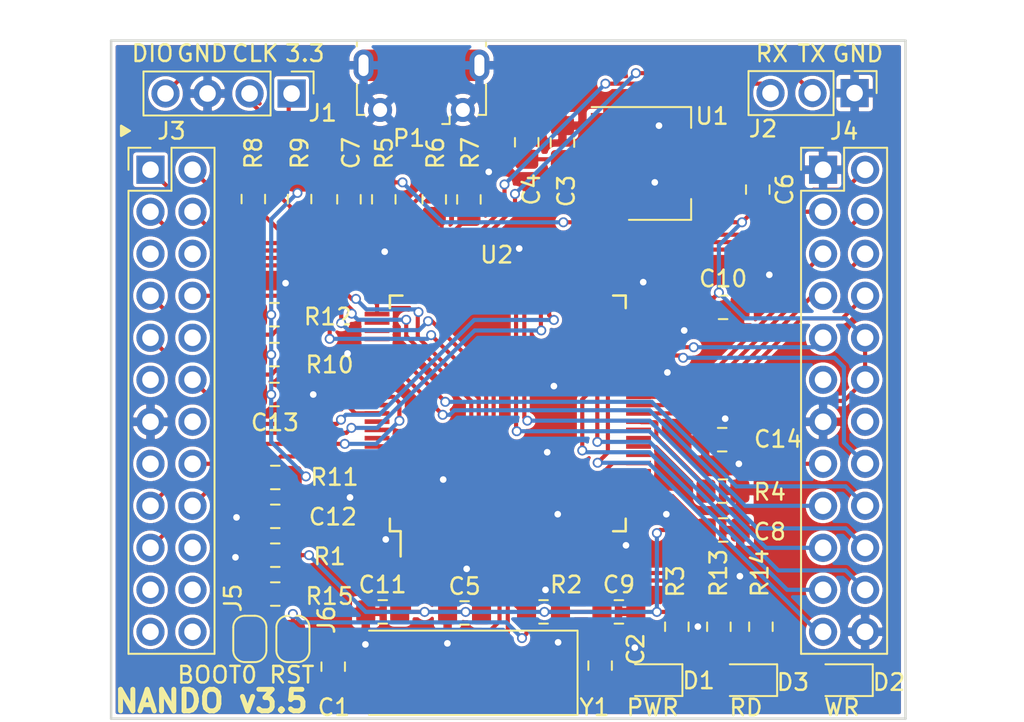
<source format=kicad_pcb>
(kicad_pcb (version 20171130) (host pcbnew 5.1.7-a382d34a8~88~ubuntu18.04.1)
  (title_block (title NANDO) (rev v3.3))
  (layers (0 F.Cu signal) (31 B.Cu signal) (34 B.Paste user) (35 F.Paste user) (36 B.SilkS user) (37 F.SilkS user) (38 B.Mask user) (39 F.Mask user) (44 Edge.Cuts user))
  (net 0 "")
  (net 1 "Net-(C1-Pad1)")
  (net 2 GNDD)
  (net 3 "Net-(C2-Pad1)")
  (net 4 +5V)
  (net 5 +3V3)
  (net 6 "Net-(D1-Pad2)")
  (net 7 "Net-(P1-Pad4)")
  (net 8 "Net-(U2-Pad1)")
  (net 9 "Net-(U2-Pad2)")
  (net 10 "Net-(U2-Pad3)")
  (net 11 "Net-(U2-Pad4)")
  (net 12 "Net-(U2-Pad5)")
  (net 13 "Net-(U2-Pad7)")
  (net 14 "Net-(U2-Pad8)")
  (net 15 "Net-(U2-Pad9)")
  (net 16 "Net-(U2-Pad15)")
  (net 17 "Net-(U2-Pad16)")
  (net 18 "Net-(U2-Pad17)")
  (net 19 "Net-(U2-Pad18)")
  (net 20 "Net-(U2-Pad20)")
  (net 21 "Net-(U2-Pad21)")
  (net 22 "Net-(U2-Pad25)")
  (net 23 "Net-(U2-Pad26)")
  (net 24 "Net-(U2-Pad33)")
  (net 25 "Net-(U2-Pad34)")
  (net 26 "Net-(U2-Pad35)")
  (net 27 "Net-(U2-Pad36)")
  (net 28 "Net-(U2-Pad47)")
  (net 29 "Net-(U2-Pad48)")
  (net 30 "Net-(U2-Pad51)")
  (net 31 "Net-(U2-Pad52)")
  (net 32 "Net-(U2-Pad53)")
  (net 33 "Net-(U2-Pad54)")
  (net 34 "Net-(U2-Pad60)")
  (net 35 "Net-(U2-Pad63)")
  (net 36 "Net-(U2-Pad64)")
  (net 37 "Net-(U2-Pad65)")
  (net 38 "Net-(U2-Pad66)")
  (net 39 "Net-(U2-Pad67)")
  (net 40 "Net-(U2-Pad73)")
  (net 41 "Net-(U2-Pad78)")
  (net 42 "Net-(U2-Pad79)")
  (net 43 "Net-(U2-Pad80)")
  (net 44 "Net-(U2-Pad83)")
  (net 45 "Net-(U2-Pad84)")
  (net 46 "Net-(U2-Pad91)")
  (net 47 "Net-(U2-Pad92)")
  (net 48 "Net-(U2-Pad93)")
  (net 49 "Net-(U2-Pad95)")
  (net 50 "Net-(U2-Pad96)")
  (net 51 "Net-(U2-Pad97)")
  (net 52 "Net-(U2-Pad98)")
  (net 53 "Net-(R4-Pad2)")
  (net 54 "Net-(U2-Pad77)")
  (net 55 "Net-(U2-Pad89)")
  (net 56 "Net-(U2-Pad90)")
  (net 57 "Net-(D3-Pad2)")
  (net 58 "Net-(D2-Pad2)")
  (net 59 /USB_N)
  (net 60 /USB_P)
  (net 61 "Net-(J3-Pad19)")
  (net 62 "Net-(J4-Pad38)")
  (net 63 "Net-(J4-Pad35)")
  (net 64 "Net-(J3-Pad5)")
  (net 65 "Net-(J3-Pad6)")
  (net 66 "Net-(J3-Pad10)")
  (net 67 "Net-(J3-Pad11)")
  (net 68 "Net-(J3-Pad14)")
  (net 69 "Net-(J3-Pad15)")
  (net 70 "Net-(J3-Pad20)")
  (net 71 "Net-(J3-Pad21)")
  (net 72 "Net-(J3-Pad22)")
  (net 73 "Net-(J3-Pad23)")
  (net 74 "Net-(J3-Pad24)")
  (net 75 "Net-(J5-Pad2)")
  (net 76 /SWDIO)
  (net 77 /SWCLK)
  (net 78 /USART1_TX)
  (net 79 /USART1_RX)
  (net 80 /SPI1_NSS)
  (net 81 /SPI1_SCK)
  (net 82 /SPI1_MISO)
  (net 83 /SPI1_MOSI)
  (net 84 /FSMC_NWAIT)
  (net 85 /FSMC_NOE)
  (net 86 /FSMC_NCE2)
  (net 87 /FSMC_CLE)
  (net 88 /FSMC_ALE)
  (net 89 /FSMC_NWE)
  (net 90 /FSMC_D15)
  (net 91 /FSMC_D14)
  (net 92 /FSMC_D13)
  (net 93 /FSMC_D7)
  (net 94 /FSMC_D6)
  (net 95 /FSMC_D5)
  (net 96 /FSMC_D4)
  (net 97 /FSMC_D12)
  (net 98 /FSMC_D11)
  (net 99 /FSMC_D3)
  (net 100 /FSMC_D2)
  (net 101 /FSMC_D1)
  (net 102 /FSMC_D0)
  (net 103 /FSMC_D10)
  (net 104 /FSMC_D9)
  (net 105 /FSMC_D8)
  (net 106 /BOOT0)
  (net 107 /NRST)
  (net 108 /USB_DP)
  (net 109 /USB_DN)
  (net 110 /RED)
  (net 111 /YELLOW)
  (module lib_fp:SolderJumper-2_P1.3mm_Open_RoundedPad1.0x1.5mm (layer F.Cu) (at 178.857699 80.818637 90)
    (fp_text reference J6 (at 1.158 2.032 90) (layer F.SilkS))
    (fp_text value ~RST)
    (pad 2 smd custom (at 0.65 0 90) (size 1 0.5) (layers F.Cu F.Mask) (net 107 /NRST) (options (clearance outline) (anchor rect)) (primitives (gr_circle (center 0 0.25) (end 0.5 0.25) (width 0)) (gr_circle (center 0 -0.25) (end 0.5 -0.25) (width 0)) (gr_poly (pts (xy 0 -0.75) (xy -0.5 -0.75) (xy -0.5 0.75) (xy 0 0.75)) (width 0))))
    (pad 1 smd custom (at -0.65 0 90) (size 1 0.5) (layers F.Cu F.Mask) (net 2 GNDD) (options (clearance outline) (anchor rect)) (primitives (gr_circle (center 0 0.25) (end 0.5 0.25) (width 0)) (gr_circle (center 0 -0.25) (end 0.5 -0.25) (width 0)) (gr_poly (pts (xy 0 -0.75) (xy 0.5 -0.75) (xy 0.5 0.75) (xy 0 0.75)) (width 0))))
  )
  (module lib_fp:Crystal_SMD_HC49-SD (layer F.Cu) (at 189.357 82.8675 180)
    (fp_text reference Y1 (at -7.725199 -2.093637 180) (layer F.SilkS))
    (fp_text value Crystal_SMD_8MHz_18pF)
    (pad 1 smd rect (at -4.25 0 180) (size 4.5 2) (layers F.Cu F.Paste F.Mask) (net 3 "Net-(C2-Pad1)"))
    (pad 2 smd rect (at 4.25 0 180) (size 4.5 2) (layers F.Cu F.Paste F.Mask) (net 1 "Net-(C1-Pad1)"))
  )
  (module lib_fp:R_0805_2012Metric_Pad1.15x1.40mm_HandSolder (layer F.Cu) (at 204.842 71.882 180)
    (fp_text reference R4 (at -2.830199 -0.056637 180) (layer F.SilkS))
    (fp_text value 10k)
    (pad 1 smd roundrect (at -1.025 0 180) (size 1.15 1.4) (layers F.Cu F.Paste F.Mask) (roundrect_rratio 0.217391) (net 2 GNDD))
    (pad 2 smd roundrect (at 1.025 0 180) (size 1.15 1.4) (layers F.Cu F.Paste F.Mask) (roundrect_rratio 0.217391) (net 53 "Net-(R4-Pad2)"))
  )
  (module lib_fp:R_0805_2012Metric_Pad1.15x1.40mm_HandSolder (layer F.Cu) (at 202.057 80.080637 90)
    (fp_text reference R3 (at 2.742 -0.084801 90) (layer F.SilkS))
    (fp_text value 1k)
    (pad 2 smd roundrect (at 1.025 0 90) (size 1.15 1.4) (layers F.Cu F.Paste F.Mask) (roundrect_rratio 0.217391) (net 5 +3V3))
    (pad 1 smd roundrect (at -1.025 0 90) (size 1.15 1.4) (layers F.Cu F.Paste F.Mask) (roundrect_rratio 0.217391) (net 6 "Net-(D1-Pad2)"))
  )
  (module lib_fp:R_0805_2012Metric_Pad1.15x1.40mm_HandSolder (layer F.Cu) (at 194.001199 79.182637 180)
    (fp_text reference R2 (at -1.371 1.644 180) (layer F.SilkS))
    (fp_text value 10k)
    (pad 1 smd roundrect (at -1.025 0 180) (size 1.15 1.4) (layers F.Cu F.Paste F.Mask) (roundrect_rratio 0.217391) (net 5 +3V3))
    (pad 2 smd roundrect (at 1.025 0 180) (size 1.15 1.4) (layers F.Cu F.Paste F.Mask) (roundrect_rratio 0.217391) (net 107 /NRST))
  )
  (module lib_fp:R_0805_2012Metric_Pad1.15x1.40mm_HandSolder (layer F.Cu) (at 177.791 75.7555 180)
    (fp_text reference R1 (at -3.281199 -0.083137 180) (layer F.SilkS))
    (fp_text value 510)
    (pad 2 smd roundrect (at 1.025 0 180) (size 1.15 1.4) (layers F.Cu F.Paste F.Mask) (roundrect_rratio 0.217391) (net 75 "Net-(J5-Pad2)"))
    (pad 1 smd roundrect (at -1.025 0 180) (size 1.15 1.4) (layers F.Cu F.Paste F.Mask) (roundrect_rratio 0.217391) (net 5 +3V3))
  )
  (module lib_fp:R_0805_2012Metric_Pad1.15x1.40mm_HandSolder (layer F.Cu) (at 187.397199 54.243637 90)
    (fp_text reference R6 (at 2.805 0.075 90) (layer F.SilkS))
    (fp_text value 22)
    (pad 1 smd roundrect (at -1.025 0 90) (size 1.15 1.4) (layers F.Cu F.Paste F.Mask) (roundrect_rratio 0.217391) (net 108 /USB_DP))
    (pad 2 smd roundrect (at 1.025 0 90) (size 1.15 1.4) (layers F.Cu F.Paste F.Mask) (roundrect_rratio 0.217391) (net 60 /USB_P))
  )
  (module lib_fp:R_0805_2012Metric_Pad1.15x1.40mm_HandSolder (layer F.Cu) (at 189.492699 54.243637 90)
    (fp_text reference R7 (at 2.805 0.0795 90) (layer F.SilkS))
    (fp_text value 22)
    (pad 2 smd roundrect (at 1.025 0 90) (size 1.15 1.4) (layers F.Cu F.Paste F.Mask) (roundrect_rratio 0.217391) (net 59 /USB_N))
    (pad 1 smd roundrect (at -1.025 0 90) (size 1.15 1.4) (layers F.Cu F.Paste F.Mask) (roundrect_rratio 0.217391) (net 109 /USB_DN))
  )
  (module lib_fp:R_0805_2012Metric_Pad1.15x1.40mm_HandSolder (layer F.Cu) (at 179.2605 54.22 270)
    (fp_text reference R9 (at -2.781363 -0.011699 270) (layer F.SilkS))
    (fp_text value 10k)
    (pad 1 smd roundrect (at -1.025 0 270) (size 1.15 1.4) (layers F.Cu F.Paste F.Mask) (roundrect_rratio 0.217391) (net 5 +3V3))
    (pad 2 smd roundrect (at 1.025 0 270) (size 1.15 1.4) (layers F.Cu F.Paste F.Mask) (roundrect_rratio 0.217391) (net 76 /SWDIO))
  )
  (module lib_fp:R_0805_2012Metric_Pad1.15x1.40mm_HandSolder (layer F.Cu) (at 177.7455 63.627 180)
    (fp_text reference R10 (at -3.326699 -0.611637 180) (layer F.SilkS))
    (fp_text value 10k)
    (pad 2 smd roundrect (at 1.025 0 180) (size 1.15 1.4) (layers F.Cu F.Paste F.Mask) (roundrect_rratio 0.217391) (net 5 +3V3))
    (pad 1 smd roundrect (at -1.025 0 180) (size 1.15 1.4) (layers F.Cu F.Paste F.Mask) (roundrect_rratio 0.217391) (net 86 /FSMC_NCE2))
  )
  (module lib_fp:R_0805_2012Metric_Pad1.15x1.40mm_HandSolder (layer F.Cu) (at 177.791 78.105)
    (fp_text reference R15 (at 3.281199 0.133637) (layer F.SilkS))
    (fp_text value 10k)
    (pad 1 smd roundrect (at -1.025 0) (size 1.15 1.4) (layers F.Cu F.Paste F.Mask) (roundrect_rratio 0.217391) (net 2 GNDD))
    (pad 2 smd roundrect (at 1.025 0) (size 1.15 1.4) (layers F.Cu F.Paste F.Mask) (roundrect_rratio 0.217391) (net 106 /BOOT0))
  )
  (module lib_fp:R_0805_2012Metric_Pad1.15x1.40mm_HandSolder (layer F.Cu) (at 207.137 80.080637 90)
    (fp_text reference R14 (at 3.242 -0.064801 90) (layer F.SilkS))
    (fp_text value 1k)
    (pad 2 smd roundrect (at 1.025 0 90) (size 1.15 1.4) (layers F.Cu F.Paste F.Mask) (roundrect_rratio 0.217391) (net 111 /YELLOW))
    (pad 1 smd roundrect (at -1.025 0 90) (size 1.15 1.4) (layers F.Cu F.Paste F.Mask) (roundrect_rratio 0.217391) (net 57 "Net-(D3-Pad2)"))
  )
  (module lib_fp:R_0805_2012Metric_Pad1.15x1.40mm_HandSolder (layer F.Cu) (at 204.597 80.0825 90)
    (fp_text reference R13 (at 3.243863 -0.024801 90) (layer F.SilkS))
    (fp_text value 1k)
    (pad 1 smd roundrect (at -1.025 0 90) (size 1.15 1.4) (layers F.Cu F.Paste F.Mask) (roundrect_rratio 0.217391) (net 58 "Net-(D2-Pad2)"))
    (pad 2 smd roundrect (at 1.025 0 90) (size 1.15 1.4) (layers F.Cu F.Paste F.Mask) (roundrect_rratio 0.217391) (net 110 /RED))
  )
  (module lib_fp:R_0805_2012Metric_Pad1.15x1.40mm_HandSolder (layer F.Cu) (at 177.7455 61.214)
    (fp_text reference R12 (at 3.226699 0.124637) (layer F.SilkS))
    (fp_text value 10k)
    (pad 2 smd roundrect (at 1.025 0) (size 1.15 1.4) (layers F.Cu F.Paste F.Mask) (roundrect_rratio 0.217391) (net 84 /FSMC_NWAIT))
    (pad 1 smd roundrect (at -1.025 0) (size 1.15 1.4) (layers F.Cu F.Paste F.Mask) (roundrect_rratio 0.217391) (net 5 +3V3))
  )
  (module lib_fp:R_0805_2012Metric_Pad1.15x1.40mm_HandSolder (layer F.Cu) (at 176.4665 54.22 270)
    (fp_text reference R8 (at -2.781363 -0.005699 270) (layer F.SilkS))
    (fp_text value 10k)
    (pad 1 smd roundrect (at -1.025 0 270) (size 1.15 1.4) (layers F.Cu F.Paste F.Mask) (roundrect_rratio 0.217391) (net 2 GNDD))
    (pad 2 smd roundrect (at 1.025 0 270) (size 1.15 1.4) (layers F.Cu F.Paste F.Mask) (roundrect_rratio 0.217391) (net 77 /SWCLK))
  )
  (module lib_fp:R_0805_2012Metric_Pad1.15x1.40mm_HandSolder (layer F.Cu) (at 177.791 71.0565)
    (fp_text reference R11 (at 3.581199 -0.017863) (layer F.SilkS))
    (fp_text value 10k)
    (pad 2 smd roundrect (at 1.025 0) (size 1.15 1.4) (layers F.Cu F.Paste F.Mask) (roundrect_rratio 0.217391) (net 5 +3V3))
    (pad 1 smd roundrect (at -1.025 0) (size 1.15 1.4) (layers F.Cu F.Paste F.Mask) (roundrect_rratio 0.217391) (net 61 "Net-(J3-Pad19)"))
  )
  (module lib_fp:R_0805_2012Metric_Pad1.15x1.40mm_HandSolder (layer F.Cu) (at 184.349199 54.236137 90)
    (fp_text reference R5 (at 2.7975 0.023 90) (layer F.SilkS))
    (fp_text value 1.5k)
    (pad 1 smd roundrect (at -1.025 0 90) (size 1.15 1.4) (layers F.Cu F.Paste F.Mask) (roundrect_rratio 0.217391) (net 60 /USB_P))
    (pad 2 smd roundrect (at 1.025 0 90) (size 1.15 1.4) (layers F.Cu F.Paste F.Mask) (roundrect_rratio 0.217391) (net 5 +3V3))
  )
  (module lib_fp:USB_Micro-B_Molex-105017-0001 (layer F.Cu) (at 186.6265 47.371 180)
    (fp_text reference P1 (at 0.754301 -3.167637 180) (layer F.SilkS))
    (fp_text value USB)
    (pad 6 smd rect (at 1 1.2375 180) (size 1.5 1.9) (layers F.Cu F.Paste F.Mask) (net 2 GNDD))
    (pad 6 thru_hole circle (at -2.5 -1.4625 180) (size 1.45 1.45) (drill 0.85) (layers *.Cu *.Mask) (net 2 GNDD))
    (pad 2 smd rect (at -0.65 -1.4625 180) (size 0.4 1.35) (layers F.Cu F.Paste F.Mask) (net 59 /USB_N))
    (pad 1 smd rect (at -1.3 -1.4625 180) (size 0.4 1.35) (layers F.Cu F.Paste F.Mask) (net 4 +5V))
    (pad 5 smd rect (at 1.3 -1.4625 180) (size 0.4 1.35) (layers F.Cu F.Paste F.Mask) (net 2 GNDD))
    (pad 4 smd rect (at 0.65 -1.4625 180) (size 0.4 1.35) (layers F.Cu F.Paste F.Mask) (net 7 "Net-(P1-Pad4)"))
    (pad 3 smd rect (at 0 -1.4625 180) (size 0.4 1.35) (layers F.Cu F.Paste F.Mask) (net 60 /USB_P))
    (pad 6 thru_hole circle (at 2.5 -1.4625 180) (size 1.45 1.45) (drill 0.85) (layers *.Cu *.Mask) (net 2 GNDD))
    (pad 6 smd rect (at -1 1.2375 180) (size 1.5 1.9) (layers F.Cu F.Paste F.Mask) (net 2 GNDD))
    (pad 6 thru_hole oval (at -3.5 1.2375) (size 1.2 1.9) (drill oval 0.6 1.3) (layers *.Cu *.Mask) (net 2 GNDD))
    (pad 6 thru_hole oval (at 3.5 1.2375 180) (size 1.2 1.9) (drill oval 0.6 1.3) (layers *.Cu *.Mask) (net 2 GNDD))
    (pad 6 smd rect (at 2.9 1.2375 180) (size 1.2 1.9) (layers F.Cu F.Mask) (net 2 GNDD))
    (pad 6 smd rect (at -2.9 1.2375 180) (size 1.2 1.9) (layers F.Cu F.Mask) (net 2 GNDD))
  )
  (module lib_fp:SolderJumper-2_P1.3mm_Open_RoundedPad1.0x1.5mm (layer F.Cu) (at 176.254199 80.818637 90)
    (fp_text reference J5 (at 2.4765 -1.016 270) (layer F.SilkS))
    (fp_text value BOOT0)
    (pad 1 smd custom (at -0.65 0 90) (size 1 0.5) (layers F.Cu F.Mask) (net 106 /BOOT0) (options (clearance outline) (anchor rect)) (primitives (gr_circle (center 0 0.25) (end 0.5 0.25) (width 0)) (gr_circle (center 0 -0.25) (end 0.5 -0.25) (width 0)) (gr_poly (pts (xy 0 -0.75) (xy 0.5 -0.75) (xy 0.5 0.75) (xy 0 0.75)) (width 0))))
    (pad 2 smd custom (at 0.65 0 90) (size 1 0.5) (layers F.Cu F.Mask) (net 75 "Net-(J5-Pad2)") (options (clearance outline) (anchor rect)) (primitives (gr_circle (center 0 0.25) (end 0.5 0.25) (width 0)) (gr_circle (center 0 -0.25) (end 0.5 -0.25) (width 0)) (gr_poly (pts (xy 0 -0.75) (xy -0.5 -0.75) (xy -0.5 0.75) (xy 0 0.75)) (width 0))))
  )
  (module lib_fp:LED_0805_2012Metric_Pad1.15x1.40mm_HandSolder (layer F.Cu) (at 200.532699 83.310137 180)
    (fp_text reference D1 (at -2.8395 -0.0285 180) (layer F.SilkS))
    (fp_text value GREEN)
    (pad 1 smd roundrect (at -1.025 0 180) (size 1.15 1.4) (layers F.Cu F.Paste F.Mask) (roundrect_rratio 0.217391) (net 2 GNDD))
    (pad 2 smd roundrect (at 1.025 0 180) (size 1.15 1.4) (layers F.Cu F.Paste F.Mask) (roundrect_rratio 0.217391) (net 6 "Net-(D1-Pad2)"))
  )
  (module lib_fp:LED_0805_2012Metric_Pad1.15x1.40mm_HandSolder (layer F.Cu) (at 212.0355 83.312 180)
    (fp_text reference D2 (at -2.836699 -0.126637 180) (layer F.SilkS))
    (fp_text value RED)
    (pad 2 smd roundrect (at 1.025 0 180) (size 1.15 1.4) (layers F.Cu F.Paste F.Mask) (roundrect_rratio 0.217391) (net 58 "Net-(D2-Pad2)"))
    (pad 1 smd roundrect (at -1.025 0 180) (size 1.15 1.4) (layers F.Cu F.Paste F.Mask) (roundrect_rratio 0.217391) (net 2 GNDD))
  )
  (module lib_fp:LED_0805_2012Metric_Pad1.15x1.40mm_HandSolder (layer F.Cu) (at 206.257 83.312 180)
    (fp_text reference D3 (at -2.815199 -0.126637 180) (layer F.SilkS))
    (fp_text value YELLOW)
    (pad 1 smd roundrect (at -1.025 0 180) (size 1.15 1.4) (layers F.Cu F.Paste F.Mask) (roundrect_rratio 0.217391) (net 2 GNDD))
    (pad 2 smd roundrect (at 1.025 0 180) (size 1.15 1.4) (layers F.Cu F.Paste F.Mask) (roundrect_rratio 0.217391) (net 57 "Net-(D3-Pad2)"))
  )
  (module lib_fp:C_0805_2012Metric_Pad1.15x1.40mm_HandSolder (layer F.Cu) (at 204.7965 68.7705)
    (fp_text reference C14 (at 3.375699 -0.031863) (layer F.SilkS))
    (fp_text value 0.1uF)
    (pad 2 smd roundrect (at 1.025 0) (size 1.15 1.4) (layers F.Cu F.Paste F.Mask) (roundrect_rratio 0.217391) (net 5 +3V3))
    (pad 1 smd roundrect (at -1.025 0) (size 1.15 1.4) (layers F.Cu F.Paste F.Mask) (roundrect_rratio 0.217391) (net 2 GNDD))
  )
  (module lib_fp:C_0805_2012Metric_Pad1.15x1.40mm_HandSolder (layer F.Cu) (at 177.7455 66.04 180)
    (fp_text reference C13 (at -0.026699 -1.698637 180) (layer F.SilkS))
    (fp_text value 0.1uF)
    (pad 1 smd roundrect (at -1.025 0 180) (size 1.15 1.4) (layers F.Cu F.Paste F.Mask) (roundrect_rratio 0.217391) (net 2 GNDD))
    (pad 2 smd roundrect (at 1.025 0 180) (size 1.15 1.4) (layers F.Cu F.Paste F.Mask) (roundrect_rratio 0.217391) (net 5 +3V3))
  )
  (module lib_fp:C_0805_2012Metric_Pad1.15x1.40mm_HandSolder (layer F.Cu) (at 177.791 73.406 180)
    (fp_text reference C12 (at -3.481199 -0.032637 180) (layer F.SilkS))
    (fp_text value 0.1uF)
    (pad 2 smd roundrect (at 1.025 0 180) (size 1.15 1.4) (layers F.Cu F.Paste F.Mask) (roundrect_rratio 0.217391) (net 2 GNDD))
    (pad 1 smd roundrect (at -1.025 0 180) (size 1.15 1.4) (layers F.Cu F.Paste F.Mask) (roundrect_rratio 0.217391) (net 5 +3V3))
  )
  (module lib_fp:C_0805_2012Metric_Pad1.15x1.40mm_HandSolder (layer F.Cu) (at 204.851 60.7695)
    (fp_text reference C10 (at 0 -1.730863) (layer F.SilkS))
    (fp_text value 0.1uF)
    (pad 1 smd roundrect (at -1.025 0) (size 1.15 1.4) (layers F.Cu F.Paste F.Mask) (roundrect_rratio 0.217391) (net 5 +3V3))
    (pad 2 smd roundrect (at 1.025 0) (size 1.15 1.4) (layers F.Cu F.Paste F.Mask) (roundrect_rratio 0.217391) (net 2 GNDD))
  )
  (module lib_fp:C_0805_2012Metric_Pad1.15x1.40mm_HandSolder (layer F.Cu) (at 184.286 79.182637 180)
    (fp_text reference C11 (at 0.013801 1.644 180) (layer F.SilkS))
    (fp_text value 0.1uF)
    (pad 2 smd roundrect (at 1.025 0 180) (size 1.15 1.4) (layers F.Cu F.Paste F.Mask) (roundrect_rratio 0.217391) (net 2 GNDD))
    (pad 1 smd roundrect (at -1.025 0 180) (size 1.15 1.4) (layers F.Cu F.Paste F.Mask) (roundrect_rratio 0.217391) (net 5 +3V3))
  )
  (module lib_fp:C_0805_2012Metric_Pad1.15x1.40mm_HandSolder (layer F.Cu) (at 182.245 54.236137 270)
    (fp_text reference C7 (at -2.7975 -0.127199 270) (layer F.SilkS))
    (fp_text value 0.1uF)
    (pad 1 smd roundrect (at -1.025 0 270) (size 1.15 1.4) (layers F.Cu F.Paste F.Mask) (roundrect_rratio 0.217391) (net 5 +3V3))
    (pad 2 smd roundrect (at 1.025 0 270) (size 1.15 1.4) (layers F.Cu F.Paste F.Mask) (roundrect_rratio 0.217391) (net 2 GNDD))
  )
  (module lib_fp:C_0805_2012Metric_Pad1.15x1.40mm_HandSolder (layer F.Cu) (at 204.86 74.2315)
    (fp_text reference C8 (at 2.812199 0.107137) (layer F.SilkS))
    (fp_text value 0.1uF)
    (pad 2 smd roundrect (at 1.025 0) (size 1.15 1.4) (layers F.Cu F.Paste F.Mask) (roundrect_rratio 0.217391) (net 2 GNDD))
    (pad 1 smd roundrect (at -1.025 0) (size 1.15 1.4) (layers F.Cu F.Paste F.Mask) (roundrect_rratio 0.217391) (net 5 +3V3))
  )
  (module lib_fp:C_0805_2012Metric_Pad1.15x1.40mm_HandSolder (layer F.Cu) (at 198.5555 79.1845)
    (fp_text reference C9 (at 0 -1.65) (layer F.SilkS))
    (fp_text value 0.1uF)
    (pad 1 smd roundrect (at -1.025 0) (size 1.15 1.4) (layers F.Cu F.Paste F.Mask) (roundrect_rratio 0.217391) (net 5 +3V3))
    (pad 2 smd roundrect (at 1.025 0) (size 1.15 1.4) (layers F.Cu F.Paste F.Mask) (roundrect_rratio 0.217391) (net 2 GNDD))
  )
  (module lib_fp:C_0805_2012Metric_Pad1.15x1.40mm_HandSolder (layer F.Cu) (at 192.985199 50.789137 90)
    (fp_text reference C4 (at -2.8495 0.287 90) (layer F.SilkS))
    (fp_text value 0.1uF)
    (pad 2 smd roundrect (at 1.025 0 90) (size 1.15 1.4) (layers F.Cu F.Paste F.Mask) (roundrect_rratio 0.217391) (net 2 GNDD))
    (pad 1 smd roundrect (at -1.025 0 90) (size 1.15 1.4) (layers F.Cu F.Paste F.Mask) (roundrect_rratio 0.217391) (net 4 +5V))
  )
  (module lib_fp:C_0805_2012Metric_Pad1.15x1.40mm_HandSolder (layer F.Cu) (at 189.229699 79.246137 180)
    (fp_text reference C5 (at 0 1.6075 180) (layer F.SilkS))
    (fp_text value 0.1uF)
    (pad 1 smd roundrect (at -1.025 0 180) (size 1.15 1.4) (layers F.Cu F.Paste F.Mask) (roundrect_rratio 0.217391) (net 5 +3V3))
    (pad 2 smd roundrect (at 1.025 0 180) (size 1.15 1.4) (layers F.Cu F.Paste F.Mask) (roundrect_rratio 0.217391) (net 2 GNDD))
  )
  (module lib_fp:C_0805_2012Metric_Pad1.15x1.40mm_HandSolder (layer F.Cu) (at 195.144199 50.807137 90)
    (fp_text reference C3 (at -2.9315 0.228 90) (layer F.SilkS))
    (fp_text value 10uF)
    (pad 2 smd roundrect (at 1.025 0 90) (size 1.15 1.4) (layers F.Cu F.Paste F.Mask) (roundrect_rratio 0.217391) (net 2 GNDD))
    (pad 1 smd roundrect (at -1.025 0 90) (size 1.15 1.4) (layers F.Cu F.Paste F.Mask) (roundrect_rratio 0.217391) (net 4 +5V))
  )
  (module lib_fp:C_0805_2012Metric_Pad1.15x1.40mm_HandSolder (layer F.Cu) (at 206.9465 53.6485 90)
    (fp_text reference C6 (at 0.009863 1.625699 90) (layer F.SilkS))
    (fp_text value 10uF)
    (pad 1 smd roundrect (at -1.025 0 90) (size 1.15 1.4) (layers F.Cu F.Paste F.Mask) (roundrect_rratio 0.217391) (net 5 +3V3))
    (pad 2 smd roundrect (at 1.025 0 90) (size 1.15 1.4) (layers F.Cu F.Paste F.Mask) (roundrect_rratio 0.217391) (net 2 GNDD))
  )
  (module lib_fp:C_0805_2012Metric_Pad1.15x1.40mm_HandSolder (layer F.Cu) (at 181.2925 82.4955 90)
    (fp_text reference C1 (at -2.465637 0.041699) (layer F.SilkS))
    (fp_text value 30pF)
    (pad 2 smd roundrect (at 1.025 0 90) (size 1.15 1.4) (layers F.Cu F.Paste F.Mask) (roundrect_rratio 0.217391) (net 2 GNDD))
    (pad 1 smd roundrect (at -1.025 0 90) (size 1.15 1.4) (layers F.Cu F.Paste F.Mask) (roundrect_rratio 0.217391) (net 1 "Net-(C1-Pad1)"))
  )
  (module lib_fp:C_0805_2012Metric_Pad1.15x1.40mm_HandSolder (layer F.Cu) (at 197.4215 82.432 90)
    (fp_text reference C2 (at 0.993363 2.150699 90) (layer F.SilkS))
    (fp_text value 30pF)
    (pad 1 smd roundrect (at -1.025 0 90) (size 1.15 1.4) (layers F.Cu F.Paste F.Mask) (roundrect_rratio 0.217391) (net 3 "Net-(C2-Pad1)"))
    (pad 2 smd roundrect (at 1.025 0 90) (size 1.15 1.4) (layers F.Cu F.Paste F.Mask) (roundrect_rratio 0.217391) (net 2 GNDD))
  )
  (module lib_fp:LQFP-100_14x14mm_Pitch0.5mm (layer F.Cu) (at 191.842199 67.181137 90)
    (fp_text reference U2 (at 9.586637 -0.67 180) (layer F.SilkS))
    (fp_text value STM32F103VCT6)
    (pad 1 smd rect (at -7.9 -6 90) (size 1.5 0.28) (layers F.Cu F.Paste F.Mask) (net 8 "Net-(U2-Pad1)"))
    (pad 2 smd rect (at -7.9 -5.5 90) (size 1.5 0.28) (layers F.Cu F.Paste F.Mask) (net 9 "Net-(U2-Pad2)"))
    (pad 3 smd rect (at -7.9 -5 90) (size 1.5 0.28) (layers F.Cu F.Paste F.Mask) (net 10 "Net-(U2-Pad3)"))
    (pad 4 smd rect (at -7.9 -4.5 90) (size 1.5 0.28) (layers F.Cu F.Paste F.Mask) (net 11 "Net-(U2-Pad4)"))
    (pad 5 smd rect (at -7.9 -4 90) (size 1.5 0.28) (layers F.Cu F.Paste F.Mask) (net 12 "Net-(U2-Pad5)"))
    (pad 6 smd rect (at -7.9 -3.5 90) (size 1.5 0.28) (layers F.Cu F.Paste F.Mask) (net 5 +3V3))
    (pad 7 smd rect (at -7.9 -3 90) (size 1.5 0.28) (layers F.Cu F.Paste F.Mask) (net 13 "Net-(U2-Pad7)"))
    (pad 8 smd rect (at -7.9 -2.5 90) (size 1.5 0.28) (layers F.Cu F.Paste F.Mask) (net 14 "Net-(U2-Pad8)"))
    (pad 9 smd rect (at -7.9 -2 90) (size 1.5 0.28) (layers F.Cu F.Paste F.Mask) (net 15 "Net-(U2-Pad9)"))
    (pad 10 smd rect (at -7.9 -1.5 90) (size 1.5 0.28) (layers F.Cu F.Paste F.Mask) (net 2 GNDD))
    (pad 11 smd rect (at -7.9 -1 90) (size 1.5 0.28) (layers F.Cu F.Paste F.Mask) (net 5 +3V3))
    (pad 12 smd rect (at -7.9 -0.5 90) (size 1.5 0.28) (layers F.Cu F.Paste F.Mask) (net 1 "Net-(C1-Pad1)"))
    (pad 13 smd rect (at -7.9 0 90) (size 1.5 0.28) (layers F.Cu F.Paste F.Mask) (net 3 "Net-(C2-Pad1)"))
    (pad 14 smd rect (at -7.9 0.5 90) (size 1.5 0.28) (layers F.Cu F.Paste F.Mask) (net 107 /NRST))
    (pad 15 smd rect (at -7.9 1 90) (size 1.5 0.28) (layers F.Cu F.Paste F.Mask) (net 16 "Net-(U2-Pad15)"))
    (pad 16 smd rect (at -7.9 1.5 90) (size 1.5 0.28) (layers F.Cu F.Paste F.Mask) (net 17 "Net-(U2-Pad16)"))
    (pad 17 smd rect (at -7.9 2 90) (size 1.5 0.28) (layers F.Cu F.Paste F.Mask) (net 18 "Net-(U2-Pad17)"))
    (pad 18 smd rect (at -7.9 2.5 90) (size 1.5 0.28) (layers F.Cu F.Paste F.Mask) (net 19 "Net-(U2-Pad18)"))
    (pad 19 smd rect (at -7.9 3 90) (size 1.5 0.28) (layers F.Cu F.Paste F.Mask) (net 2 GNDD))
    (pad 20 smd rect (at -7.9 3.5 90) (size 1.5 0.28) (layers F.Cu F.Paste F.Mask) (net 20 "Net-(U2-Pad20)"))
    (pad 21 smd rect (at -7.9 4 90) (size 1.5 0.28) (layers F.Cu F.Paste F.Mask) (net 21 "Net-(U2-Pad21)"))
    (pad 22 smd rect (at -7.9 4.5 90) (size 1.5 0.28) (layers F.Cu F.Paste F.Mask) (net 5 +3V3))
    (pad 23 smd rect (at -7.9 5 90) (size 1.5 0.28) (layers F.Cu F.Paste F.Mask) (net 110 /RED))
    (pad 24 smd rect (at -7.9 5.5 90) (size 1.5 0.28) (layers F.Cu F.Paste F.Mask) (net 111 /YELLOW))
    (pad 25 smd rect (at -7.9 6 90) (size 1.5 0.28) (layers F.Cu F.Paste F.Mask) (net 22 "Net-(U2-Pad25)"))
    (pad 26 smd rect (at -6 7.9 180) (size 1.5 0.28) (layers F.Cu F.Paste F.Mask) (net 23 "Net-(U2-Pad26)"))
    (pad 27 smd rect (at -5.5 7.9 180) (size 1.5 0.28) (layers F.Cu F.Paste F.Mask) (net 2 GNDD))
    (pad 28 smd rect (at -5 7.9 180) (size 1.5 0.28) (layers F.Cu F.Paste F.Mask) (net 5 +3V3))
    (pad 29 smd rect (at -4.5 7.9 180) (size 1.5 0.28) (layers F.Cu F.Paste F.Mask) (net 80 /SPI1_NSS))
    (pad 30 smd rect (at -4 7.9 180) (size 1.5 0.28) (layers F.Cu F.Paste F.Mask) (net 81 /SPI1_SCK))
    (pad 31 smd rect (at -3.5 7.9 180) (size 1.5 0.28) (layers F.Cu F.Paste F.Mask) (net 82 /SPI1_MISO))
    (pad 32 smd rect (at -3 7.9 180) (size 1.5 0.28) (layers F.Cu F.Paste F.Mask) (net 83 /SPI1_MOSI))
    (pad 33 smd rect (at -2.5 7.9 180) (size 1.5 0.28) (layers F.Cu F.Paste F.Mask) (net 24 "Net-(U2-Pad33)"))
    (pad 34 smd rect (at -2 7.9 180) (size 1.5 0.28) (layers F.Cu F.Paste F.Mask) (net 25 "Net-(U2-Pad34)"))
    (pad 35 smd rect (at -1.5 7.9 180) (size 1.5 0.28) (layers F.Cu F.Paste F.Mask) (net 26 "Net-(U2-Pad35)"))
    (pad 36 smd rect (at -1 7.9 180) (size 1.5 0.28) (layers F.Cu F.Paste F.Mask) (net 27 "Net-(U2-Pad36)"))
    (pad 37 smd rect (at -0.5 7.9 180) (size 1.5 0.28) (layers F.Cu F.Paste F.Mask) (net 53 "Net-(R4-Pad2)"))
    (pad 38 smd rect (at 0 7.9 180) (size 1.5 0.28) (layers F.Cu F.Paste F.Mask) (net 96 /FSMC_D4))
    (pad 39 smd rect (at 0.5 7.9 180) (size 1.5 0.28) (layers F.Cu F.Paste F.Mask) (net 95 /FSMC_D5))
    (pad 40 smd rect (at 1 7.9 180) (size 1.5 0.28) (layers F.Cu F.Paste F.Mask) (net 94 /FSMC_D6))
    (pad 41 smd rect (at 1.5 7.9 180) (size 1.5 0.28) (layers F.Cu F.Paste F.Mask) (net 93 /FSMC_D7))
    (pad 42 smd rect (at 2 7.9 180) (size 1.5 0.28) (layers F.Cu F.Paste F.Mask) (net 105 /FSMC_D8))
    (pad 43 smd rect (at 2.5 7.9 180) (size 1.5 0.28) (layers F.Cu F.Paste F.Mask) (net 104 /FSMC_D9))
    (pad 44 smd rect (at 3 7.9 180) (size 1.5 0.28) (layers F.Cu F.Paste F.Mask) (net 103 /FSMC_D10))
    (pad 45 smd rect (at 3.5 7.9 180) (size 1.5 0.28) (layers F.Cu F.Paste F.Mask) (net 98 /FSMC_D11))
    (pad 46 smd rect (at 4 7.9 180) (size 1.5 0.28) (layers F.Cu F.Paste F.Mask) (net 97 /FSMC_D12))
    (pad 47 smd rect (at 4.5 7.9 180) (size 1.5 0.28) (layers F.Cu F.Paste F.Mask) (net 28 "Net-(U2-Pad47)"))
    (pad 48 smd rect (at 5 7.9 180) (size 1.5 0.28) (layers F.Cu F.Paste F.Mask) (net 29 "Net-(U2-Pad48)"))
    (pad 49 smd rect (at 5.5 7.9 180) (size 1.5 0.28) (layers F.Cu F.Paste F.Mask) (net 2 GNDD))
    (pad 50 smd rect (at 6 7.9 180) (size 1.5 0.28) (layers F.Cu F.Paste F.Mask) (net 5 +3V3))
    (pad 51 smd rect (at 7.9 6 90) (size 1.5 0.28) (layers F.Cu F.Paste F.Mask) (net 30 "Net-(U2-Pad51)"))
    (pad 52 smd rect (at 7.9 5.5 90) (size 1.5 0.28) (layers F.Cu F.Paste F.Mask) (net 31 "Net-(U2-Pad52)"))
    (pad 53 smd rect (at 7.9 5 90) (size 1.5 0.28) (layers F.Cu F.Paste F.Mask) (net 32 "Net-(U2-Pad53)"))
    (pad 54 smd rect (at 7.9 4.5 90) (size 1.5 0.28) (layers F.Cu F.Paste F.Mask) (net 33 "Net-(U2-Pad54)"))
    (pad 55 smd rect (at 7.9 4 90) (size 1.5 0.28) (layers F.Cu F.Paste F.Mask) (net 92 /FSMC_D13))
    (pad 56 smd rect (at 7.9 3.5 90) (size 1.5 0.28) (layers F.Cu F.Paste F.Mask) (net 91 /FSMC_D14))
    (pad 57 smd rect (at 7.9 3 90) (size 1.5 0.28) (layers F.Cu F.Paste F.Mask) (net 90 /FSMC_D15))
    (pad 58 smd rect (at 7.9 2.5 90) (size 1.5 0.28) (layers F.Cu F.Paste F.Mask) (net 87 /FSMC_CLE))
    (pad 59 smd rect (at 7.9 2 90) (size 1.5 0.28) (layers F.Cu F.Paste F.Mask) (net 88 /FSMC_ALE))
    (pad 60 smd rect (at 7.9 1.5 90) (size 1.5 0.28) (layers F.Cu F.Paste F.Mask) (net 34 "Net-(U2-Pad60)"))
    (pad 61 smd rect (at 7.9 1 90) (size 1.5 0.28) (layers F.Cu F.Paste F.Mask) (net 102 /FSMC_D0))
    (pad 62 smd rect (at 7.9 0.5 90) (size 1.5 0.28) (layers F.Cu F.Paste F.Mask) (net 101 /FSMC_D1))
    (pad 63 smd rect (at 7.9 0 90) (size 1.5 0.28) (layers F.Cu F.Paste F.Mask) (net 35 "Net-(U2-Pad63)"))
    (pad 64 smd rect (at 7.9 -0.5 90) (size 1.5 0.28) (layers F.Cu F.Paste F.Mask) (net 36 "Net-(U2-Pad64)"))
    (pad 65 smd rect (at 7.9 -1 90) (size 1.5 0.28) (layers F.Cu F.Paste F.Mask) (net 37 "Net-(U2-Pad65)"))
    (pad 66 smd rect (at 7.9 -1.5 90) (size 1.5 0.28) (layers F.Cu F.Paste F.Mask) (net 38 "Net-(U2-Pad66)"))
    (pad 67 smd rect (at 7.9 -2 90) (size 1.5 0.28) (layers F.Cu F.Paste F.Mask) (net 39 "Net-(U2-Pad67)"))
    (pad 68 smd rect (at 7.9 -2.5 90) (size 1.5 0.28) (layers F.Cu F.Paste F.Mask) (net 78 /USART1_TX))
    (pad 69 smd rect (at 7.9 -3 90) (size 1.5 0.28) (layers F.Cu F.Paste F.Mask) (net 79 /USART1_RX))
    (pad 70 smd rect (at 7.9 -3.5 90) (size 1.5 0.28) (layers F.Cu F.Paste F.Mask) (net 109 /USB_DN))
    (pad 71 smd rect (at 7.9 -4 90) (size 1.5 0.28) (layers F.Cu F.Paste F.Mask) (net 108 /USB_DP))
    (pad 72 smd rect (at 7.9 -4.5 90) (size 1.5 0.28) (layers F.Cu F.Paste F.Mask) (net 76 /SWDIO))
    (pad 73 smd rect (at 7.9 -5 90) (size 1.5 0.28) (layers F.Cu F.Paste F.Mask) (net 40 "Net-(U2-Pad73)"))
    (pad 74 smd rect (at 7.9 -5.5 90) (size 1.5 0.28) (layers F.Cu F.Paste F.Mask) (net 2 GNDD))
    (pad 75 smd rect (at 7.9 -6 90) (size 1.5 0.28) (layers F.Cu F.Paste F.Mask) (net 5 +3V3))
    (pad 76 smd rect (at 6 -7.9 180) (size 1.5 0.28) (layers F.Cu F.Paste F.Mask) (net 77 /SWCLK))
    (pad 77 smd rect (at 5.5 -7.9 180) (size 1.5 0.28) (layers F.Cu F.Paste F.Mask) (net 54 "Net-(U2-Pad77)"))
    (pad 78 smd rect (at 5 -7.9 180) (size 1.5 0.28) (layers F.Cu F.Paste F.Mask) (net 41 "Net-(U2-Pad78)"))
    (pad 79 smd rect (at 4.5 -7.9 180) (size 1.5 0.28) (layers F.Cu F.Paste F.Mask) (net 42 "Net-(U2-Pad79)"))
    (pad 80 smd rect (at 4 -7.9 180) (size 1.5 0.28) (layers F.Cu F.Paste F.Mask) (net 43 "Net-(U2-Pad80)"))
    (pad 81 smd rect (at 3.5 -7.9 180) (size 1.5 0.28) (layers F.Cu F.Paste F.Mask) (net 100 /FSMC_D2))
    (pad 82 smd rect (at 3 -7.9 180) (size 1.5 0.28) (layers F.Cu F.Paste F.Mask) (net 99 /FSMC_D3))
    (pad 83 smd rect (at 2.5 -7.9 180) (size 1.5 0.28) (layers F.Cu F.Paste F.Mask) (net 44 "Net-(U2-Pad83)"))
    (pad 84 smd rect (at 2 -7.9 180) (size 1.5 0.28) (layers F.Cu F.Paste F.Mask) (net 45 "Net-(U2-Pad84)"))
    (pad 85 smd rect (at 1.5 -7.9 180) (size 1.5 0.28) (layers F.Cu F.Paste F.Mask) (net 85 /FSMC_NOE))
    (pad 86 smd rect (at 1 -7.9 180) (size 1.5 0.28) (layers F.Cu F.Paste F.Mask) (net 89 /FSMC_NWE))
    (pad 87 smd rect (at 0.5 -7.9 180) (size 1.5 0.28) (layers F.Cu F.Paste F.Mask) (net 84 /FSMC_NWAIT))
    (pad 88 smd rect (at 0 -7.9 180) (size 1.5 0.28) (layers F.Cu F.Paste F.Mask) (net 86 /FSMC_NCE2))
    (pad 89 smd rect (at -0.5 -7.9 180) (size 1.5 0.28) (layers F.Cu F.Paste F.Mask) (net 55 "Net-(U2-Pad89)"))
    (pad 90 smd rect (at -1 -7.9 180) (size 1.5 0.28) (layers F.Cu F.Paste F.Mask) (net 56 "Net-(U2-Pad90)"))
    (pad 91 smd rect (at -1.5 -7.9 180) (size 1.5 0.28) (layers F.Cu F.Paste F.Mask) (net 46 "Net-(U2-Pad91)"))
    (pad 92 smd rect (at -2 -7.9 180) (size 1.5 0.28) (layers F.Cu F.Paste F.Mask) (net 47 "Net-(U2-Pad92)"))
    (pad 93 smd rect (at -2.5 -7.9 180) (size 1.5 0.28) (layers F.Cu F.Paste F.Mask) (net 48 "Net-(U2-Pad93)"))
    (pad 94 smd rect (at -3 -7.9 180) (size 1.5 0.28) (layers F.Cu F.Paste F.Mask) (net 106 /BOOT0))
    (pad 95 smd rect (at -3.5 -7.9 180) (size 1.5 0.28) (layers F.Cu F.Paste F.Mask) (net 49 "Net-(U2-Pad95)"))
    (pad 96 smd rect (at -4 -7.9 180) (size 1.5 0.28) (layers F.Cu F.Paste F.Mask) (net 50 "Net-(U2-Pad96)"))
    (pad 97 smd rect (at -4.5 -7.9 180) (size 1.5 0.28) (layers F.Cu F.Paste F.Mask) (net 51 "Net-(U2-Pad97)"))
    (pad 98 smd rect (at -5 -7.9 180) (size 1.5 0.28) (layers F.Cu F.Paste F.Mask) (net 52 "Net-(U2-Pad98)"))
    (pad 99 smd rect (at -5.5 -7.9 180) (size 1.5 0.28) (layers F.Cu F.Paste F.Mask) (net 2 GNDD))
    (pad 100 smd rect (at -6 -7.9 180) (size 1.5 0.28) (layers F.Cu F.Paste F.Mask) (net 5 +3V3))
  )
  (module lib_fp:PinHeader_2x12_P2.54mm_Vertical (layer F.Cu) (at 170.252199 52.449137)
    (fp_text reference J3 (at 1.27 -2.34) (layer F.SilkS))
    (fp_text value Conn_02x12_Odd_Even_Left)
    (pad 1 thru_hole rect (at 0 0) (size 1.7 1.7) (drill 1) (layers *.Cu *.Mask) (net 80 /SPI1_NSS))
    (pad 2 thru_hole oval (at 2.54 0) (size 1.7 1.7) (drill 1) (layers *.Cu *.Mask) (net 81 /SPI1_SCK))
    (pad 3 thru_hole oval (at 0 2.54) (size 1.7 1.7) (drill 1) (layers *.Cu *.Mask) (net 82 /SPI1_MISO))
    (pad 4 thru_hole oval (at 2.54 2.54) (size 1.7 1.7) (drill 1) (layers *.Cu *.Mask) (net 83 /SPI1_MOSI))
    (pad 5 thru_hole oval (at 0 5.08) (size 1.7 1.7) (drill 1) (layers *.Cu *.Mask) (net 64 "Net-(J3-Pad5)"))
    (pad 6 thru_hole oval (at 2.54 5.08) (size 1.7 1.7) (drill 1) (layers *.Cu *.Mask) (net 65 "Net-(J3-Pad6)"))
    (pad 7 thru_hole oval (at 0 7.62) (size 1.7 1.7) (drill 1) (layers *.Cu *.Mask) (net 84 /FSMC_NWAIT))
    (pad 8 thru_hole oval (at 2.54 7.62) (size 1.7 1.7) (drill 1) (layers *.Cu *.Mask) (net 85 /FSMC_NOE))
    (pad 9 thru_hole oval (at 0 10.16) (size 1.7 1.7) (drill 1) (layers *.Cu *.Mask) (net 86 /FSMC_NCE2))
    (pad 10 thru_hole oval (at 2.54 10.16) (size 1.7 1.7) (drill 1) (layers *.Cu *.Mask) (net 66 "Net-(J3-Pad10)"))
    (pad 11 thru_hole oval (at 0 12.7) (size 1.7 1.7) (drill 1) (layers *.Cu *.Mask) (net 67 "Net-(J3-Pad11)"))
    (pad 12 thru_hole oval (at 2.54 12.7) (size 1.7 1.7) (drill 1) (layers *.Cu *.Mask) (net 5 +3V3))
    (pad 13 thru_hole oval (at 0 15.24) (size 1.7 1.7) (drill 1) (layers *.Cu *.Mask) (net 2 GNDD))
    (pad 14 thru_hole oval (at 2.54 15.24) (size 1.7 1.7) (drill 1) (layers *.Cu *.Mask) (net 68 "Net-(J3-Pad14)"))
    (pad 15 thru_hole oval (at 0 17.78) (size 1.7 1.7) (drill 1) (layers *.Cu *.Mask) (net 69 "Net-(J3-Pad15)"))
    (pad 16 thru_hole oval (at 2.54 17.78) (size 1.7 1.7) (drill 1) (layers *.Cu *.Mask) (net 87 /FSMC_CLE))
    (pad 17 thru_hole oval (at 0 20.32) (size 1.7 1.7) (drill 1) (layers *.Cu *.Mask) (net 88 /FSMC_ALE))
    (pad 18 thru_hole oval (at 2.54 20.32) (size 1.7 1.7) (drill 1) (layers *.Cu *.Mask) (net 89 /FSMC_NWE))
    (pad 19 thru_hole oval (at 0 22.86) (size 1.7 1.7) (drill 1) (layers *.Cu *.Mask) (net 61 "Net-(J3-Pad19)"))
    (pad 20 thru_hole oval (at 2.54 22.86) (size 1.7 1.7) (drill 1) (layers *.Cu *.Mask) (net 70 "Net-(J3-Pad20)"))
    (pad 21 thru_hole oval (at 0 25.4) (size 1.7 1.7) (drill 1) (layers *.Cu *.Mask) (net 71 "Net-(J3-Pad21)"))
    (pad 22 thru_hole oval (at 2.54 25.4) (size 1.7 1.7) (drill 1) (layers *.Cu *.Mask) (net 72 "Net-(J3-Pad22)"))
    (pad 23 thru_hole oval (at 0 27.94) (size 1.7 1.7) (drill 1) (layers *.Cu *.Mask) (net 73 "Net-(J3-Pad23)"))
    (pad 24 thru_hole oval (at 2.54 27.94) (size 1.7 1.7) (drill 1) (layers *.Cu *.Mask) (net 74 "Net-(J3-Pad24)"))
  )
  (module lib_fp:PinHeader_2x12_P2.54mm_Vertical_2 (layer F.Cu) (at 210.892199 52.449137)
    (fp_text reference J4 (at 1.27 -2.33) (layer F.SilkS))
    (fp_text value Conn_02x12_Odd_Even_Right)
    (pad 48 thru_hole rect (at 0 0) (size 1.7 1.7) (drill 1) (layers *.Cu *.Mask) (net 2 GNDD))
    (pad 47 thru_hole oval (at 2.54 0) (size 1.7 1.7) (drill 1) (layers *.Cu *.Mask) (net 90 /FSMC_D15))
    (pad 46 thru_hole oval (at 0 2.54) (size 1.7 1.7) (drill 1) (layers *.Cu *.Mask) (net 91 /FSMC_D14))
    (pad 45 thru_hole oval (at 2.54 2.54) (size 1.7 1.7) (drill 1) (layers *.Cu *.Mask) (net 92 /FSMC_D13))
    (pad 44 thru_hole oval (at 0 5.08) (size 1.7 1.7) (drill 1) (layers *.Cu *.Mask) (net 93 /FSMC_D7))
    (pad 43 thru_hole oval (at 2.54 5.08) (size 1.7 1.7) (drill 1) (layers *.Cu *.Mask) (net 94 /FSMC_D6))
    (pad 42 thru_hole oval (at 0 7.62) (size 1.7 1.7) (drill 1) (layers *.Cu *.Mask) (net 95 /FSMC_D5))
    (pad 41 thru_hole oval (at 2.54 7.62) (size 1.7 1.7) (drill 1) (layers *.Cu *.Mask) (net 96 /FSMC_D4))
    (pad 40 thru_hole oval (at 0 10.16) (size 1.7 1.7) (drill 1) (layers *.Cu *.Mask) (net 97 /FSMC_D12))
    (pad 39 thru_hole oval (at 2.54 10.16) (size 1.7 1.7) (drill 1) (layers *.Cu *.Mask) (net 5 +3V3))
    (pad 38 thru_hole oval (at 0 12.7) (size 1.7 1.7) (drill 1) (layers *.Cu *.Mask) (net 62 "Net-(J4-Pad38)"))
    (pad 37 thru_hole oval (at 2.54 12.7) (size 1.7 1.7) (drill 1) (layers *.Cu *.Mask) (net 5 +3V3))
    (pad 36 thru_hole oval (at 0 15.24) (size 1.7 1.7) (drill 1) (layers *.Cu *.Mask) (net 2 GNDD))
    (pad 35 thru_hole oval (at 2.54 15.24) (size 1.7 1.7) (drill 1) (layers *.Cu *.Mask) (net 63 "Net-(J4-Pad35)"))
    (pad 34 thru_hole oval (at 0 17.78) (size 1.7 1.7) (drill 1) (layers *.Cu *.Mask) (net 5 +3V3))
    (pad 33 thru_hole oval (at 2.54 17.78) (size 1.7 1.7) (drill 1) (layers *.Cu *.Mask) (net 98 /FSMC_D11))
    (pad 32 thru_hole oval (at 0 20.32) (size 1.7 1.7) (drill 1) (layers *.Cu *.Mask) (net 99 /FSMC_D3))
    (pad 31 thru_hole oval (at 2.54 20.32) (size 1.7 1.7) (drill 1) (layers *.Cu *.Mask) (net 100 /FSMC_D2))
    (pad 30 thru_hole oval (at 0 22.86) (size 1.7 1.7) (drill 1) (layers *.Cu *.Mask) (net 101 /FSMC_D1))
    (pad 29 thru_hole oval (at 2.54 22.86) (size 1.7 1.7) (drill 1) (layers *.Cu *.Mask) (net 102 /FSMC_D0))
    (pad 28 thru_hole oval (at 0 25.4) (size 1.7 1.7) (drill 1) (layers *.Cu *.Mask) (net 103 /FSMC_D10))
    (pad 27 thru_hole oval (at 2.54 25.4) (size 1.7 1.7) (drill 1) (layers *.Cu *.Mask) (net 104 /FSMC_D9))
    (pad 26 thru_hole oval (at 0 27.94) (size 1.7 1.7) (drill 1) (layers *.Cu *.Mask) (net 105 /FSMC_D8))
    (pad 25 thru_hole oval (at 2.54 27.94) (size 1.7 1.7) (drill 1) (layers *.Cu *.Mask) (net 2 GNDD))
  )
  (module lib_fp:PinHeader_1x03_P2.54mm_Vertical (layer F.Cu) (at 212.797199 47.813637 270)
    (fp_text reference J2 (at 2.160863 5.533199) (layer F.SilkS))
    (fp_text value Conn_01x03)
    (pad 1 thru_hole rect (at 0 0 270) (size 1.7 1.7) (drill 1) (layers *.Cu *.Mask) (net 2 GNDD))
    (pad 2 thru_hole oval (at 0 2.54 270) (size 1.7 1.7) (drill 1) (layers *.Cu *.Mask) (net 78 /USART1_TX))
    (pad 3 thru_hole oval (at 0 5.08 270) (size 1.7 1.7) (drill 1) (layers *.Cu *.Mask) (net 79 /USART1_RX))
  )
  (module lib_fp:PinHeader_1x04_P2.54mm_Vertical (layer F.Cu) (at 178.778536 47.838938 270)
    (fp_text reference J1 (at 1.183062 -1.878964 180) (layer F.SilkS))
    (fp_text value Conn_01x04)
    (pad 4 thru_hole oval (at 0 7.62 270) (size 1.7 1.7) (drill 1) (layers *.Cu *.Mask) (net 76 /SWDIO))
    (pad 3 thru_hole oval (at 0 5.08 270) (size 1.7 1.7) (drill 1) (layers *.Cu *.Mask) (net 2 GNDD))
    (pad 2 thru_hole oval (at 0 2.54 270) (size 1.7 1.7) (drill 1) (layers *.Cu *.Mask) (net 77 /SWCLK))
    (pad 1 thru_hole rect (at 0 0 270) (size 1.7 1.7) (drill 1) (layers *.Cu *.Mask) (net 5 +3V3))
  )
  (module lib_fp:SOT-223 (layer F.Cu) (at 201.011199 52.068137)
    (fp_text reference U1 (at 3.175 -2.8575) (layer F.SilkS))
    (fp_text value LM1117-3.3)
    (pad 4 smd rect (at 3.15 0) (size 2 3.8) (layers F.Cu F.Paste F.Mask) (net 5 +3V3))
    (pad 2 smd rect (at -3.15 0) (size 2 1.5) (layers F.Cu F.Paste F.Mask) (net 5 +3V3))
    (pad 3 smd rect (at -3.15 2.3) (size 2 1.5) (layers F.Cu F.Paste F.Mask) (net 4 +5V))
    (pad 1 smd rect (at -3.15 -2.3) (size 2 1.5) (layers F.Cu F.Paste F.Mask) (net 2 GNDD))
  )
  (gr_text RST (at 178.794199 82.992637) (layer F.SilkS) (effects (font (size 1 1))))
  (gr_text "NANDO v3.5" (at 167.935699 84.580137) (layer F.SilkS) (effects (font (size 1.3 1.3) (thickness 0.3)) (justify left)))
  (gr_text BOOT0 (at 174.285699 82.992637) (layer F.SilkS) (effects (font (size 1 1))))
  (gr_text DIO (at 170.378846 45.413552) (layer F.SilkS) (effects (font (size 1 1))))
  (gr_text GND (at 173.378846 45.413552) (layer F.SilkS) (effects (font (size 1 1))))
  (gr_text CLK (at 176.578846 45.413552) (layer F.SilkS) (effects (font (size 1 1))))
  (gr_text 3.3 (at 179.578846 45.413552) (layer F.SilkS) (effects (font (size 1 1))))
  (gr_text RX (at 207.799865 45.426341) (layer F.SilkS) (effects (font (size 1 1))))
  (gr_text TX (at 210.199865 45.426341) (layer F.SilkS) (effects (font (size 1 1))))
  (gr_text GND (at 212.999865 45.426341) (layer F.SilkS) (effects (font (size 1 1))))
  (gr_poly (pts (xy 168.481199 49.795637) (xy 168.481199 50.395637) (xy 168.981199 50.095637)) (layer F.SilkS) (width 0.15))
  (gr_text RD (at 206.2353 84.9757) (layer F.SilkS) (effects (font (size 1 1))))
  (gr_text WR (at 212.0265 84.963) (layer F.SilkS) (effects (font (size 1 1))))
  (gr_line (start 167.872199 85.638637) (end 215.872199 85.638637) (angle 90) (layer Edge.Cuts) (width 0.15))
  (gr_line (start 167.872199 44.638637) (end 167.872199 85.638637) (angle 90) (layer Edge.Cuts) (width 0.15))
  (gr_line (start 215.872199 44.638637) (end 167.872199 44.638637) (angle 90) (layer Edge.Cuts) (width 0.15))
  (gr_line (start 215.872199 85.638637) (end 215.872199 44.638637) (angle 90) (layer Edge.Cuts) (width 0.15))
  (gr_text PWR (at 200.5965 84.9757) (layer F.SilkS) (effects (font (size 1 1))))
  (segment (start 181.9455 82.8675) (end 181.2925 83.5205) (width 0.25) (layer F.Cu) (net 1))
  (segment (start 185.107 82.8675) (end 181.9455 82.8675) (width 0.25) (layer F.Cu) (net 1))
  (segment (start 191.342199 79.746827) (end 188.221526 82.8675) (width 0.25) (layer F.Cu) (net 1))
  (segment (start 191.342199 75.081137) (end 191.342199 79.746827) (width 0.25) (layer F.Cu) (net 1))
  (segment (start 188.221526 82.8675) (end 185.107 82.8675) (width 0.25) (layer F.Cu) (net 1))
  (via (at 189.357 76.581) (size 0.6) (drill 0.4) (layers F.Cu B.Cu) (net 2))
  (via (at 200.7235 53.213) (size 0.6) (drill 0.4) (layers F.Cu B.Cu) (net 2))
  (via (at 184.404 57.404) (size 0.6) (drill 0.4) (layers F.Cu B.Cu) (net 2))
  (via (at 200.025 59.2455) (size 0.6) (drill 0.4) (layers F.Cu B.Cu) (net 2))
  (via (at 180.086 66.04) (size 0.6) (drill 0.4) (layers F.Cu B.Cu) (net 2))
  (via (at 182.3085 72.263) (size 0.6) (drill 0.4) (layers F.Cu B.Cu) (net 2))
  (via (at 184.4675 74.803) (size 0.6) (drill 0.4) (layers F.Cu B.Cu) (net 2))
  (via (at 175.387 75.8825) (size 0.6) (drill 0.4) (layers F.Cu B.Cu) (net 2))
  (via (at 194.1195 77.851) (size 0.6) (drill 0.4) (layers F.Cu B.Cu) (net 2))
  (via (at 201.4855 64.7065) (size 0.6) (drill 0.4) (layers F.Cu B.Cu) (net 2))
  (via (at 192.532 57.2135) (size 0.6) (drill 0.4) (layers F.Cu B.Cu) (net 2))
  (via (at 194.6275 65.532) (size 0.6) (drill 0.4) (layers F.Cu B.Cu) (net 2))
  (via (at 205.867 77.0255) (size 0.6) (drill 0.4) (layers F.Cu B.Cu) (net 2))
  (via (at 198.9836 75.1586) (size 0.6) (drill 0.4) (layers F.Cu B.Cu) (net 2))
  (via (at 175.4505 73.4695) (size 0.6) (drill 0.4) (layers F.Cu B.Cu) (net 2))
  (via (at 202.5015 62.1665) (size 0.6) (drill 0.4) (layers F.Cu B.Cu) (net 2))
  (via (at 207.645 58.801) (size 0.6) (drill 0.4) (layers F.Cu B.Cu) (net 2))
  (segment (start 182.301062 55.245) (end 182.317199 55.261137) (width 0.25) (layer F.Cu) (net 2))
  (segment (start 182.3085 55.269836) (end 182.317199 55.261137) (width 0.25) (layer F.Cu) (net 2))
  (segment (start 204.285009 68.718801) (end 204.285009 68.766401) (width 0.25) (layer F.Cu) (net 2))
  (segment (start 204.285009 68.766401) (end 204.026205 69.025205) (width 0.25) (layer F.Cu) (net 2))
  (via (at 205.8035 70.231) (size 0.6) (drill 0.4) (layers F.Cu B.Cu) (net 2))
  (via (at 182.159699 63.561637) (size 0.6) (drill 0.4) (layers F.Cu B.Cu) (net 2))
  (via (at 194.8815 81.026) (size 0.6) (drill 0.4) (layers F.Cu B.Cu) (net 2))
  (via (at 199.517 81.3435) (size 0.6) (drill 0.4) (layers F.Cu B.Cu) (net 2))
  (via (at 183.239199 81.151137) (size 0.6) (drill 0.4) (layers F.Cu B.Cu) (net 2))
  (via (at 178.413199 59.307137) (size 0.6) (drill 0.4) (layers F.Cu B.Cu) (net 2))
  (segment (start 181.653635 55.261137) (end 182.317199 55.261137) (width 0.25) (layer F.Cu) (net 2))
  (via (at 190.6905 52.578) (size 0.6) (drill 0.4) (layers F.Cu B.Cu) (net 2))
  (via (at 201.422 73.279) (size 0.6) (drill 0.4) (layers F.Cu B.Cu) (net 2))
  (via (at 200.9775 49.784) (size 0.6) (drill 0.4) (layers F.Cu B.Cu) (net 2))
  (via (at 204.978 67.5005) (size 0.6) (drill 0.4) (layers F.Cu B.Cu) (net 2))
  (via (at 203.327 80.0735) (size 0.6) (drill 0.4) (layers F.Cu B.Cu) (net 2))
  (via (at 194.859699 73.277137) (size 0.6) (drill 0.4) (layers F.Cu B.Cu) (net 2))
  (via (at 188.192199 81.087637) (size 0.6) (drill 0.4) (layers F.Cu B.Cu) (net 2))
  (segment (start 181.264363 81.498637) (end 181.2925 81.4705) (width 0.25) (layer F.Cu) (net 2))
  (segment (start 178.857699 81.498637) (end 181.264363 81.498637) (width 0.25) (layer F.Cu) (net 2))
  (via (at 194.224699 69.530637) (size 0.6) (drill 0.4) (layers F.Cu B.Cu) (net 2))
  (via (at 187.938199 71.181637) (size 0.6) (drill 0.4) (layers F.Cu B.Cu) (net 2))
  (segment (start 196.832 82.8675) (end 197.4215 83.457) (width 0.25) (layer F.Cu) (net 3))
  (segment (start 193.607 82.8675) (end 196.832 82.8675) (width 0.25) (layer F.Cu) (net 3))
  (segment (start 191.842199 75.081137) (end 191.842199 81.102699) (width 0.25) (layer F.Cu) (net 3))
  (segment (start 191.842199 81.102699) (end 193.607 82.8675) (width 0.25) (layer F.Cu) (net 3))
  (segment (start 195.126199 51.814137) (end 195.144199 51.832137) (width 0.25) (layer F.Cu) (net 4))
  (segment (start 192.985199 51.814137) (end 195.126199 51.814137) (width 0.25) (layer F.Cu) (net 4))
  (segment (start 197.861199 54.368137) (end 196.682199 54.368137) (width 0.25) (layer F.Cu) (net 4))
  (segment (start 195.144199 52.830137) (end 195.144199 51.832137) (width 0.25) (layer F.Cu) (net 4))
  (segment (start 196.682199 54.368137) (end 195.144199 52.830137) (width 0.25) (layer F.Cu) (net 4))
  (segment (start 187.9265 49.7585) (end 187.9265 48.8335) (width 0.25) (layer F.Cu) (net 4))
  (segment (start 189.982137 51.814137) (end 187.9265 49.7585) (width 0.25) (layer F.Cu) (net 4))
  (segment (start 192.985199 51.814137) (end 189.982137 51.814137) (width 0.25) (layer F.Cu) (net 4))
  (segment (start 195.026199 79.182637) (end 197.112699 79.182637) (width 0.25) (layer F.Cu) (net 5))
  (segment (start 213.432199 62.609137) (end 213.432199 65.149137) (width 0.25) (layer F.Cu) (net 5))
  (segment (start 213.432199 65.149137) (end 212.1535 66.427836) (width 0.25) (layer F.Cu) (net 5))
  (segment (start 204.351699 51.877637) (end 204.161199 52.068137) (width 0.25) (layer F.Cu) (net 5))
  (segment (start 186.817 79.1845) (end 189.2935 79.1845) (width 0.25) (layer B.Cu) (net 5))
  (via (at 194.056 79.1845) (size 0.6) (drill 0.4) (layers F.Cu B.Cu) (net 5))
  (segment (start 189.2935 79.1845) (end 194.056 79.1845) (width 0.25) (layer B.Cu) (net 5))
  (segment (start 195.024336 79.1845) (end 195.026199 79.182637) (width 0.25) (layer F.Cu) (net 5))
  (segment (start 194.056 79.1845) (end 195.024336 79.1845) (width 0.25) (layer F.Cu) (net 5))
  (segment (start 197.861199 52.068137) (end 204.161199 52.068137) (width 0.25) (layer F.Cu) (net 5))
  (segment (start 173.683062 66.04) (end 172.792199 65.149137) (width 0.25) (layer F.Cu) (net 5))
  (segment (start 178.816 71.0565) (end 178.816 73.406) (width 0.25) (layer F.Cu) (net 5))
  (segment (start 179.040863 73.181137) (end 178.816 73.406) (width 0.25) (layer F.Cu) (net 5))
  (segment (start 183.942199 73.181137) (end 179.040863 73.181137) (width 0.25) (layer F.Cu) (net 5))
  (segment (start 178.816 73.406) (end 178.816 75.7555) (width 0.25) (layer F.Cu) (net 5))
  (segment (start 176.7205 66.04) (end 175.4505 66.04) (width 0.25) (layer F.Cu) (net 5))
  (segment (start 175.4505 66.04) (end 173.683062 66.04) (width 0.25) (layer F.Cu) (net 5))
  (segment (start 206.766562 54.6735) (end 204.161199 52.068137) (width 0.25) (layer F.Cu) (net 5))
  (segment (start 206.9465 54.6735) (end 206.766562 54.6735) (width 0.25) (layer F.Cu) (net 5))
  (segment (start 203.296363 61.181137) (end 204.597 59.8805) (width 0.25) (layer F.Cu) (net 5))
  (segment (start 199.742199 61.181137) (end 203.296363 61.181137) (width 0.25) (layer F.Cu) (net 5))
  (via (at 204.597 59.8805) (size 0.6) (drill 0.4) (layers F.Cu B.Cu) (net 5))
  (segment (start 196.342199 77.996199) (end 197.5305 79.1845) (width 0.25) (layer F.Cu) (net 5))
  (segment (start 196.342199 75.081137) (end 196.342199 77.996199) (width 0.25) (layer F.Cu) (net 5))
  (segment (start 208.654164 66.427836) (end 212.1535 66.427836) (width 0.25) (layer F.Cu) (net 5))
  (segment (start 205.8215 68.7705) (end 206.3115 68.7705) (width 0.25) (layer F.Cu) (net 5))
  (segment (start 206.3115 68.7705) (end 208.654164 66.427836) (width 0.25) (layer F.Cu) (net 5))
  (segment (start 210.892199 70.229137) (end 207.280137 70.229137) (width 0.25) (layer F.Cu) (net 5))
  (segment (start 207.280137 70.229137) (end 205.8215 68.7705) (width 0.25) (layer F.Cu) (net 5))
  (via (at 179.832 75.7555) (size 0.6) (drill 0.4) (layers F.Cu B.Cu) (net 5))
  (segment (start 186.817 79.1845) (end 183.261 79.1845) (width 0.25) (layer B.Cu) (net 5))
  (segment (start 183.261 79.1845) (end 179.832 75.7555) (width 0.25) (layer B.Cu) (net 5))
  (segment (start 179.832 75.7555) (end 178.816 75.7555) (width 0.25) (layer F.Cu) (net 5))
  (via (at 200.8505 79.1845) (size 0.6) (drill 0.4) (layers F.Cu B.Cu) (net 5))
  (segment (start 194.056 79.1845) (end 200.8505 79.1845) (width 0.25) (layer B.Cu) (net 5))
  (segment (start 201.928137 79.1845) (end 202.057 79.055637) (width 0.25) (layer F.Cu) (net 5))
  (segment (start 200.8505 79.1845) (end 201.928137 79.1845) (width 0.25) (layer F.Cu) (net 5))
  (segment (start 201.784637 72.181137) (end 203.835 74.2315) (width 0.25) (layer F.Cu) (net 5))
  (segment (start 199.742199 72.181137) (end 201.784637 72.181137) (width 0.25) (layer F.Cu) (net 5))
  (segment (start 178.816 71.0565) (end 179.578 71.0565) (width 0.25) (layer F.Cu) (net 5))
  (via (at 179.6415 70.993) (size 0.6) (drill 0.4) (layers F.Cu B.Cu) (net 5))
  (segment (start 179.578 71.0565) (end 179.6415 70.993) (width 0.25) (layer F.Cu) (net 5))
  (via (at 177.546 66.04) (size 0.6) (drill 0.4) (layers F.Cu B.Cu) (net 5))
  (segment (start 179.6415 70.993) (end 177.546 68.8975) (width 0.25) (layer B.Cu) (net 5))
  (segment (start 177.546 68.8975) (end 177.546 66.04) (width 0.25) (layer B.Cu) (net 5))
  (segment (start 177.546 66.04) (end 176.7205 66.04) (width 0.25) (layer F.Cu) (net 5))
  (via (at 177.546 63.627) (size 0.6) (drill 0.4) (layers F.Cu B.Cu) (net 5))
  (segment (start 177.546 66.04) (end 177.546 63.627) (width 0.25) (layer B.Cu) (net 5))
  (segment (start 177.546 63.627) (end 176.7205 63.627) (width 0.25) (layer F.Cu) (net 5))
  (via (at 177.546 61.214) (size 0.6) (drill 0.4) (layers F.Cu B.Cu) (net 5))
  (segment (start 177.546 63.627) (end 177.546 61.214) (width 0.25) (layer B.Cu) (net 5))
  (segment (start 177.546 61.214) (end 176.7205 61.214) (width 0.25) (layer F.Cu) (net 5))
  (via (at 179.1335 53.848) (size 0.6) (drill 0.4) (layers F.Cu B.Cu) (net 5))
  (segment (start 177.546 55.4355) (end 179.1335 53.848) (width 0.25) (layer B.Cu) (net 5))
  (segment (start 177.546 61.214) (end 177.546 55.4355) (width 0.25) (layer B.Cu) (net 5))
  (segment (start 179.1335 53.848) (end 179.1335 53.195) (width 0.25) (layer F.Cu) (net 5))
  (segment (start 184.349199 53.211137) (end 182.245 53.211137) (width 0.25) (layer F.Cu) (net 5))
  (segment (start 179.276637 53.211137) (end 179.2605 53.195) (width 0.25) (layer F.Cu) (net 5))
  (segment (start 182.245 53.211137) (end 179.276637 53.211137) (width 0.25) (layer F.Cu) (net 5))
  (via (at 205.994 55.625998) (size 0.6) (drill 0.4) (layers F.Cu B.Cu) (net 5))
  (segment (start 204.597 59.8805) (end 204.597 57.022998) (width 0.25) (layer B.Cu) (net 5))
  (segment (start 206.9465 54.6735) (end 206.293999 55.325999) (width 0.25) (layer F.Cu) (net 5))
  (segment (start 204.597 57.022998) (end 205.994 55.625998) (width 0.25) (layer B.Cu) (net 5))
  (segment (start 206.293999 55.325999) (end 205.994 55.625998) (width 0.25) (layer F.Cu) (net 5))
  (via (at 185.4835 53.213) (size 0.6) (drill 0.4) (layers F.Cu B.Cu) (net 5))
  (segment (start 184.351062 53.213) (end 184.349199 53.211137) (width 0.25) (layer F.Cu) (net 5))
  (segment (start 185.4835 53.213) (end 184.351062 53.213) (width 0.25) (layer F.Cu) (net 5))
  (via (at 195.199002 55.625998) (size 0.6) (drill 0.4) (layers F.Cu B.Cu) (net 5))
  (segment (start 205.994 55.625998) (end 205.569736 55.625998) (width 0.25) (layer F.Cu) (net 5))
  (segment (start 205.569736 55.625998) (end 195.199002 55.625998) (width 0.25) (layer F.Cu) (net 5))
  (segment (start 187.896498 55.625998) (end 195.199002 55.625998) (width 0.25) (layer B.Cu) (net 5))
  (segment (start 185.4835 53.213) (end 187.896498 55.625998) (width 0.25) (layer B.Cu) (net 5))
  (via (at 200.8505 74.422) (size 0.6) (drill 0.4) (layers F.Cu B.Cu) (net 5))
  (segment (start 200.8505 79.1845) (end 200.8505 74.422) (width 0.25) (layer B.Cu) (net 5))
  (segment (start 201.041 74.2315) (end 200.8505 74.422) (width 0.25) (layer F.Cu) (net 5))
  (segment (start 203.835 74.2315) (end 201.041 74.2315) (width 0.25) (layer F.Cu) (net 5))
  (segment (start 213.432199 62.609137) (end 212.257198 61.434136) (width 0.25) (layer B.Cu) (net 5))
  (segment (start 206.150636 61.434136) (end 204.597 59.8805) (width 0.25) (layer B.Cu) (net 5))
  (segment (start 212.257198 61.434136) (end 206.150636 61.434136) (width 0.25) (layer B.Cu) (net 5))
  (segment (start 184.229199 59.281137) (end 185.842199 59.281137) (width 0.25) (layer F.Cu) (net 5))
  (segment (start 180.7845 55.836438) (end 184.229199 59.281137) (width 0.25) (layer F.Cu) (net 5))
  (segment (start 182.245 53.211137) (end 180.7845 54.671637) (width 0.25) (layer F.Cu) (net 5))
  (segment (start 180.7845 54.671637) (end 180.7845 55.836438) (width 0.25) (layer F.Cu) (net 5))
  (segment (start 178.603699 48.013775) (end 178.778536 47.838938) (width 0.25) (layer F.Cu) (net 5))
  (segment (start 179.2605 53.195) (end 178.603699 52.538199) (width 0.25) (layer F.Cu) (net 5))
  (segment (start 178.603699 52.538199) (end 178.603699 48.013775) (width 0.25) (layer F.Cu) (net 5))
  (segment (start 190.842199 75.081137) (end 190.842199 78.658637) (width 0.25) (layer F.Cu) (net 5))
  (segment (start 190.842199 78.658637) (end 190.254699 79.246137) (width 0.25) (layer F.Cu) (net 5))
  (segment (start 190.193062 79.1845) (end 190.254699 79.246137) (width 0.25) (layer F.Cu) (net 5))
  (segment (start 189.2935 79.1845) (end 190.193062 79.1845) (width 0.25) (layer F.Cu) (net 5))
  (via (at 189.2935 79.1845) (size 0.6) (drill 0.4) (layers F.Cu B.Cu) (net 5))
  (segment (start 188.342199 75.081137) (end 188.342199 76.325801) (width 0.25) (layer F.Cu) (net 5))
  (segment (start 188.342199 76.325801) (end 185.873199 78.794801) (width 0.25) (layer F.Cu) (net 5))
  (segment (start 185.873199 78.794801) (end 185.873199 79.182637) (width 0.25) (layer F.Cu) (net 5))
  (via (at 186.817 79.1845) (size 0.6) (drill 0.4) (layers F.Cu B.Cu) (net 5))
  (segment (start 186.815137 79.182637) (end 186.817 79.1845) (width 0.25) (layer F.Cu) (net 5))
  (segment (start 185.873199 79.182637) (end 186.815137 79.182637) (width 0.25) (layer F.Cu) (net 5))
  (segment (start 201.712199 81.105637) (end 199.507699 83.310137) (width 0.25) (layer F.Cu) (net 6))
  (segment (start 202.057 81.105637) (end 201.712199 81.105637) (width 0.25) (layer F.Cu) (net 6))
  (segment (start 209.431699 60.189301) (end 209.431699 59.790635) (width 0.25) (layer F.Cu) (net 94))
  (segment (start 199.742199 66.181137) (end 203.439863 66.181137) (width 0.25) (layer F.Cu) (net 94))
  (segment (start 210.423197 58.799137) (end 212.162199 58.799137) (width 0.25) (layer F.Cu) (net 94))
  (segment (start 203.439863 66.181137) (end 209.431699 60.189301) (width 0.25) (layer F.Cu) (net 94))
  (segment (start 209.431699 59.790635) (end 210.423197 58.799137) (width 0.25) (layer F.Cu) (net 94))
  (segment (start 212.162199 58.799137) (end 213.432199 57.529137) (width 0.25) (layer F.Cu) (net 94))
  (segment (start 208.733199 59.688137) (end 210.892199 57.529137) (width 0.25) (layer F.Cu) (net 93))
  (segment (start 203.241363 65.681137) (end 208.733199 60.189301) (width 0.25) (layer F.Cu) (net 93))
  (segment (start 208.733199 60.189301) (end 208.733199 59.688137) (width 0.25) (layer F.Cu) (net 93))
  (segment (start 199.742199 65.681137) (end 203.241363 65.681137) (width 0.25) (layer F.Cu) (net 93))
  (segment (start 203.836863 67.181137) (end 209.583864 61.434136) (width 0.25) (layer F.Cu) (net 96))
  (segment (start 199.742199 67.181137) (end 203.836863 67.181137) (width 0.25) (layer F.Cu) (net 96))
  (segment (start 209.583864 61.434136) (end 212.0672 61.434136) (width 0.25) (layer F.Cu) (net 96))
  (segment (start 212.0672 61.434136) (end 213.432199 60.069137) (width 0.25) (layer F.Cu) (net 96))
  (segment (start 210.250363 60.069137) (end 210.892199 60.069137) (width 0.25) (layer F.Cu) (net 95))
  (segment (start 199.742199 66.681137) (end 203.638363 66.681137) (width 0.25) (layer F.Cu) (net 95))
  (segment (start 203.638363 66.681137) (end 210.250363 60.069137) (width 0.25) (layer F.Cu) (net 95))
  (segment (start 179.7685 63.5635) (end 179.7685 62.212) (width 0.25) (layer F.Cu) (net 84))
  (segment (start 179.7685 62.212) (end 178.7705 61.214) (width 0.25) (layer F.Cu) (net 84))
  (segment (start 183.942199 66.681137) (end 182.886137 66.681137) (width 0.25) (layer F.Cu) (net 84))
  (segment (start 182.886137 66.681137) (end 179.7685 63.5635) (width 0.25) (layer F.Cu) (net 84))
  (segment (start 177.6095 62.4205) (end 178.7705 61.2595) (width 0.25) (layer F.Cu) (net 84))
  (segment (start 175.895 62.4205) (end 177.6095 62.4205) (width 0.25) (layer F.Cu) (net 84))
  (segment (start 174.718638 61.244138) (end 175.895 62.4205) (width 0.25) (layer F.Cu) (net 84))
  (segment (start 170.252199 60.069137) (end 171.4272 61.244138) (width 0.25) (layer F.Cu) (net 84))
  (segment (start 178.7705 61.2595) (end 178.7705 61.214) (width 0.25) (layer F.Cu) (net 84))
  (segment (start 171.4272 61.244138) (end 174.718638 61.244138) (width 0.25) (layer F.Cu) (net 84))
  (segment (start 194.342199 61.246199) (end 194.6275 61.5315) (width 0.25) (layer F.Cu) (net 87))
  (segment (start 194.342199 59.281137) (end 194.342199 61.246199) (width 0.25) (layer F.Cu) (net 87))
  (via (at 194.6275 61.5315) (size 0.6) (drill 0.4) (layers F.Cu B.Cu) (net 87))
  (via (at 181.762948 67.562844) (size 0.6) (drill 0.4) (layers F.Cu B.Cu) (net 87))
  (segment (start 176.276 67.818) (end 181.507792 67.818) (width 0.25) (layer F.Cu) (net 87))
  (segment (start 181.507792 67.818) (end 181.762948 67.562844) (width 0.25) (layer F.Cu) (net 87))
  (segment (start 172.792199 70.229137) (end 173.864863 70.229137) (width 0.25) (layer F.Cu) (net 87))
  (segment (start 173.864863 70.229137) (end 176.276 67.818) (width 0.25) (layer F.Cu) (net 87))
  (segment (start 193.842199 62.143199) (end 193.8655 62.1665) (width 0.25) (layer F.Cu) (net 88))
  (via (at 193.8655 62.1665) (size 0.6) (drill 0.4) (layers F.Cu B.Cu) (net 88))
  (segment (start 193.842199 59.281137) (end 193.842199 62.143199) (width 0.25) (layer F.Cu) (net 88))
  (segment (start 182.092081 68.35702) (end 182.39208 68.057021) (width 0.25) (layer F.Cu) (net 88))
  (segment (start 171.583836 71.4375) (end 173.4185 71.4375) (width 0.25) (layer F.Cu) (net 88))
  (segment (start 173.4185 71.4375) (end 176.49898 68.35702) (width 0.25) (layer F.Cu) (net 88))
  (segment (start 176.49898 68.35702) (end 182.092081 68.35702) (width 0.25) (layer F.Cu) (net 88))
  (segment (start 170.252199 72.769137) (end 171.583836 71.4375) (width 0.25) (layer F.Cu) (net 88))
  (via (at 182.39208 68.057021) (size 0.6) (drill 0.4) (layers F.Cu B.Cu) (net 88))
  (segment (start 182.648137 65.681137) (end 183.942199 65.681137) (width 0.25) (layer F.Cu) (net 85))
  (segment (start 180.2765 60.96) (end 180.2765 63.3095) (width 0.25) (layer F.Cu) (net 85))
  (segment (start 172.792199 60.069137) (end 179.385637 60.069137) (width 0.25) (layer F.Cu) (net 85))
  (segment (start 180.2765 63.3095) (end 182.648137 65.681137) (width 0.25) (layer F.Cu) (net 85))
  (segment (start 179.385637 60.069137) (end 180.2765 60.96) (width 0.25) (layer F.Cu) (net 85))
  (segment (start 179.07 63.627) (end 178.7705 63.627) (width 0.25) (layer F.Cu) (net 86))
  (segment (start 183.942199 67.181137) (end 182.624137 67.181137) (width 0.25) (layer F.Cu) (net 86))
  (segment (start 182.624137 67.181137) (end 179.07 63.627) (width 0.25) (layer F.Cu) (net 86))
  (segment (start 177.564 64.8335) (end 178.7705 63.627) (width 0.25) (layer F.Cu) (net 86))
  (segment (start 175.4505 64.8335) (end 177.564 64.8335) (width 0.25) (layer F.Cu) (net 86))
  (segment (start 174.401138 63.784138) (end 175.4505 64.8335) (width 0.25) (layer F.Cu) (net 86))
  (segment (start 170.252199 62.609137) (end 171.4272 63.784138) (width 0.25) (layer F.Cu) (net 86))
  (segment (start 171.4272 63.784138) (end 174.401138 63.784138) (width 0.25) (layer F.Cu) (net 86))
  (via (at 181.991002 69.0245) (size 0.6) (drill 0.4) (layers F.Cu B.Cu) (net 89))
  (segment (start 176.536836 69.0245) (end 181.991002 69.0245) (width 0.25) (layer F.Cu) (net 89))
  (segment (start 172.792199 72.769137) (end 176.536836 69.0245) (width 0.25) (layer F.Cu) (net 89))
  (segment (start 187.842199 55.713637) (end 187.397199 55.268637) (width 0.25) (layer F.Cu) (net 108))
  (segment (start 187.842199 59.281137) (end 187.842199 55.713637) (width 0.25) (layer F.Cu) (net 108))
  (segment (start 177.4825 48.893589) (end 178.123011 49.5341) (width 0.25) (layer F.Cu) (net 76))
  (segment (start 177.4825 47.3439) (end 177.4825 48.893589) (width 0.25) (layer F.Cu) (net 76))
  (segment (start 176.802537 46.663937) (end 177.4825 47.3439) (width 0.25) (layer F.Cu) (net 76))
  (segment (start 178.123011 54.107511) (end 179.2605 55.245) (width 0.25) (layer F.Cu) (net 76))
  (segment (start 178.123011 49.5341) (end 178.123011 54.107511) (width 0.25) (layer F.Cu) (net 76))
  (segment (start 171.158536 47.838938) (end 172.333537 46.663937) (width 0.25) (layer F.Cu) (net 76))
  (segment (start 172.333537 46.663937) (end 176.802537 46.663937) (width 0.25) (layer F.Cu) (net 76))
  (segment (start 176.8475 48.447902) (end 176.238536 47.838938) (width 0.25) (layer F.Cu) (net 77))
  (segment (start 177.673 49.7205) (end 177.673 54.0385) (width 0.25) (layer F.Cu) (net 77))
  (segment (start 176.238536 48.286036) (end 177.673 49.7205) (width 0.25) (layer F.Cu) (net 77))
  (segment (start 177.673 54.0385) (end 176.4665 55.245) (width 0.25) (layer F.Cu) (net 77))
  (segment (start 176.238536 47.838938) (end 176.238536 48.286036) (width 0.25) (layer F.Cu) (net 77))
  (segment (start 203.817 71.61) (end 203.817 71.882) (width 0.25) (layer F.Cu) (net 53))
  (segment (start 199.888137 67.681137) (end 199.923136 67.716136) (width 0.25) (layer F.Cu) (net 53))
  (segment (start 199.742199 67.681137) (end 199.888137 67.681137) (width 0.25) (layer F.Cu) (net 53))
  (segment (start 199.923136 67.716136) (end 200.7522 67.716136) (width 0.25) (layer F.Cu) (net 53))
  (segment (start 200.7522 67.716136) (end 200.8172 67.781136) (width 0.25) (layer F.Cu) (net 53))
  (segment (start 200.8172 67.781136) (end 200.8172 68.6102) (width 0.25) (layer F.Cu) (net 53))
  (segment (start 200.8172 68.6102) (end 203.817 71.61) (width 0.25) (layer F.Cu) (net 53))
  (segment (start 192.342199 78.802637) (end 192.722199 79.182637) (width 0.25) (layer F.Cu) (net 107))
  (segment (start 192.342199 75.081137) (end 192.342199 78.802637) (width 0.25) (layer F.Cu) (net 107))
  (segment (start 204.923199 83.003199) (end 205.232 83.312) (width 0.25) (layer F.Cu) (net 57))
  (segment (start 205.232 83.010637) (end 207.137 81.105637) (width 0.25) (layer F.Cu) (net 57))
  (segment (start 205.232 83.312) (end 205.232 83.010637) (width 0.25) (layer F.Cu) (net 57))
  (segment (start 207.137 79.055637) (end 206.437 79.055637) (width 0.25) (layer F.Cu) (net 111))
  (segment (start 204.216363 76.835) (end 198.121059 76.835) (width 0.25) (layer F.Cu) (net 111))
  (segment (start 206.437 79.055637) (end 204.216363 76.835) (width 0.25) (layer F.Cu) (net 111))
  (segment (start 198.121059 76.835) (end 197.342199 76.05614) (width 0.25) (layer F.Cu) (net 111))
  (segment (start 197.342199 76.05614) (end 197.342199 75.081137) (width 0.25) (layer F.Cu) (net 111))
  (segment (start 204.597 77.9145) (end 204.597 79.0575) (width 0.25) (layer F.Cu) (net 110))
  (segment (start 197.934659 77.285011) (end 203.967511 77.285011) (width 0.25) (layer F.Cu) (net 110))
  (segment (start 196.842199 75.081137) (end 196.842199 76.192551) (width 0.25) (layer F.Cu) (net 110))
  (segment (start 203.967511 77.285011) (end 204.597 77.9145) (width 0.25) (layer F.Cu) (net 110))
  (segment (start 196.842199 76.192551) (end 197.934659 77.285011) (width 0.25) (layer F.Cu) (net 110))
  (segment (start 211.0105 82.9945) (end 211.0105 83.312) (width 0.25) (layer F.Cu) (net 58))
  (segment (start 204.597 81.1075) (end 205.631 80.0735) (width 0.25) (layer F.Cu) (net 58))
  (segment (start 208.0895 80.0735) (end 211.0105 82.9945) (width 0.25) (layer F.Cu) (net 58))
  (segment (start 205.631 80.0735) (end 208.0895 80.0735) (width 0.25) (layer F.Cu) (net 58))
  (via (at 192.278 53.9115) (size 0.6) (drill 0.4) (layers F.Cu B.Cu) (net 78))
  (segment (start 189.342199 59.281137) (end 189.342199 57.643738) (width 0.25) (layer F.Cu) (net 78))
  (segment (start 189.342199 57.643738) (end 192.278 54.707937) (width 0.25) (layer F.Cu) (net 78))
  (segment (start 192.278 54.707937) (end 192.278 53.9115) (width 0.25) (layer F.Cu) (net 78))
  (via (at 199.5805 46.609) (size 0.6) (drill 0.4) (layers F.Cu B.Cu) (net 78))
  (segment (start 192.278 53.9115) (end 199.5805 46.609) (width 0.25) (layer B.Cu) (net 78))
  (segment (start 210.257199 47.813637) (end 209.052562 46.609) (width 0.25) (layer F.Cu) (net 78))
  (segment (start 209.052562 46.609) (end 199.5805 46.609) (width 0.25) (layer F.Cu) (net 78))
  (via (at 191.643 53.34) (size 0.6) (drill 0.4) (layers F.Cu B.Cu) (net 79))
  (segment (start 188.842199 59.281137) (end 188.842199 57.507328) (width 0.25) (layer F.Cu) (net 79))
  (segment (start 191.643 54.706527) (end 191.643 53.34) (width 0.25) (layer F.Cu) (net 79))
  (segment (start 188.842199 57.507328) (end 191.643 54.706527) (width 0.25) (layer F.Cu) (net 79))
  (via (at 197.739 47.244) (size 0.6) (drill 0.4) (layers F.Cu B.Cu) (net 79))
  (segment (start 191.643 53.34) (end 197.739 47.244) (width 0.25) (layer B.Cu) (net 79))
  (segment (start 207.147562 47.244) (end 197.739 47.244) (width 0.25) (layer F.Cu) (net 79))
  (segment (start 207.717199 47.813637) (end 207.147562 47.244) (width 0.25) (layer F.Cu) (net 79))
  (segment (start 187.2765 48.8335) (end 187.2765 51.002438) (width 0.25) (layer F.Cu) (net 59))
  (segment (start 187.2765 51.002438) (end 189.492699 53.218637) (width 0.25) (layer F.Cu) (net 59))
  (segment (start 185.354699 55.261137) (end 187.397199 53.218637) (width 0.25) (layer F.Cu) (net 60))
  (segment (start 184.349199 55.261137) (end 185.354699 55.261137) (width 0.25) (layer F.Cu) (net 60))
  (segment (start 186.6265 52.447938) (end 187.397199 53.218637) (width 0.25) (layer F.Cu) (net 60))
  (segment (start 186.6265 48.8335) (end 186.6265 52.447938) (width 0.25) (layer F.Cu) (net 60))
  (segment (start 188.342199 56.419137) (end 189.492699 55.268637) (width 0.25) (layer F.Cu) (net 109))
  (segment (start 188.342199 59.281137) (end 188.342199 56.419137) (width 0.25) (layer F.Cu) (net 109))
  (segment (start 175.387 71.0565) (end 176.766 71.0565) (width 0.25) (layer F.Cu) (net 61))
  (segment (start 174.1805 72.263) (end 175.387 71.0565) (width 0.25) (layer F.Cu) (net 61))
  (segment (start 174.1805 73.3425) (end 174.1805 72.263) (width 0.25) (layer F.Cu) (net 61))
  (segment (start 170.252199 75.309137) (end 171.520336 74.041) (width 0.25) (layer F.Cu) (net 61))
  (segment (start 173.482 74.041) (end 174.1805 73.3425) (width 0.25) (layer F.Cu) (net 61))
  (segment (start 171.520336 74.041) (end 173.482 74.041) (width 0.25) (layer F.Cu) (net 61))
  (segment (start 177.66601 78.79318) (end 176.275553 80.183637) (width 0.25) (layer F.Cu) (net 75))
  (segment (start 176.275553 80.183637) (end 176.254199 80.183637) (width 0.25) (layer F.Cu) (net 75))
  (segment (start 177.66601 77.41682) (end 177.66601 78.79318) (width 0.25) (layer F.Cu) (net 75))
  (segment (start 176.766 76.51681) (end 177.66601 77.41682) (width 0.25) (layer F.Cu) (net 75))
  (segment (start 176.766 75.7555) (end 176.766 76.51681) (width 0.25) (layer F.Cu) (net 75))
  (segment (start 210.320699 53.655637) (end 212.225699 53.655637) (width 0.25) (layer F.Cu) (net 90))
  (segment (start 207.599358 56.376978) (end 210.320699 53.655637) (width 0.25) (layer F.Cu) (net 90))
  (segment (start 194.842199 59.281137) (end 194.842199 58.008315) (width 0.25) (layer F.Cu) (net 90))
  (segment (start 212.225699 53.655637) (end 213.432199 52.449137) (width 0.25) (layer F.Cu) (net 90))
  (segment (start 196.473536 56.376978) (end 207.599358 56.376978) (width 0.25) (layer F.Cu) (net 90))
  (segment (start 194.842199 58.008315) (end 196.473536 56.376978) (width 0.25) (layer F.Cu) (net 90))
  (segment (start 209.939699 54.989137) (end 210.892199 54.989137) (width 0.25) (layer F.Cu) (net 91))
  (segment (start 209.690118 54.989137) (end 210.892199 54.989137) (width 0.25) (layer F.Cu) (net 91))
  (segment (start 207.852266 56.826989) (end 209.690118 54.989137) (width 0.25) (layer F.Cu) (net 91))
  (segment (start 196.659936 56.826989) (end 207.852266 56.826989) (width 0.25) (layer F.Cu) (net 91))
  (segment (start 195.342199 58.144726) (end 196.659936 56.826989) (width 0.25) (layer F.Cu) (net 91))
  (segment (start 195.342199 59.281137) (end 195.342199 58.144726) (width 0.25) (layer F.Cu) (net 91))
  (segment (start 212.225699 56.195637) (end 213.432199 54.989137) (width 0.25) (layer F.Cu) (net 92))
  (segment (start 196.846336 57.277) (end 208.28 57.277) (width 0.25) (layer F.Cu) (net 92))
  (segment (start 195.842199 59.281137) (end 195.842199 58.281137) (width 0.25) (layer F.Cu) (net 92))
  (segment (start 195.842199 58.281137) (end 196.846336 57.277) (width 0.25) (layer F.Cu) (net 92))
  (segment (start 208.28 57.277) (end 209.361363 56.195637) (width 0.25) (layer F.Cu) (net 92))
  (segment (start 209.361363 56.195637) (end 212.225699 56.195637) (width 0.25) (layer F.Cu) (net 92))
  (segment (start 199.742699 63.180637) (end 199.742199 63.181137) (width 0.25) (layer F.Cu) (net 97))
  (segment (start 199.742199 63.181137) (end 203.074363 63.181137) (width 0.25) (layer F.Cu) (net 97))
  (via (at 203.074363 63.181137) (size 0.6) (drill 0.4) (layers F.Cu B.Cu) (net 97))
  (segment (start 203.075726 63.1825) (end 203.074363 63.181137) (width 0.25) (layer B.Cu) (net 97))
  (segment (start 210.892199 62.609137) (end 210.318836 63.1825) (width 0.25) (layer B.Cu) (net 97))
  (segment (start 210.318836 63.1825) (end 203.075726 63.1825) (width 0.25) (layer B.Cu) (net 97))
  (segment (start 202.301637 63.681137) (end 202.438 63.8175) (width 0.25) (layer F.Cu) (net 98))
  (via (at 202.438 63.8175) (size 0.6) (drill 0.4) (layers F.Cu B.Cu) (net 98))
  (segment (start 199.742199 63.681137) (end 202.301637 63.681137) (width 0.25) (layer F.Cu) (net 98))
  (segment (start 211.582 63.8175) (end 202.438 63.8175) (width 0.25) (layer B.Cu) (net 98))
  (segment (start 212.1535 64.389) (end 211.582 63.8175) (width 0.25) (layer B.Cu) (net 98))
  (segment (start 213.432199 70.229137) (end 212.1535 68.950438) (width 0.25) (layer B.Cu) (net 98))
  (segment (start 212.1535 68.950438) (end 212.1535 64.389) (width 0.25) (layer B.Cu) (net 98))
  (segment (start 179.431062 55.245) (end 179.2605 55.245) (width 0.25) (layer F.Cu) (net 76))
  (segment (start 184.5422 60.356138) (end 179.431062 55.245) (width 0.25) (layer F.Cu) (net 76))
  (segment (start 187.267198 60.356138) (end 184.5422 60.356138) (width 0.25) (layer F.Cu) (net 76))
  (segment (start 187.342199 59.281137) (end 187.342199 60.281137) (width 0.25) (layer F.Cu) (net 76))
  (segment (start 187.342199 60.281137) (end 187.267198 60.356138) (width 0.25) (layer F.Cu) (net 76))
  (segment (start 183.942199 60.581637) (end 183.942199 61.181137) (width 0.25) (layer F.Cu) (net 77))
  (segment (start 179.621562 56.261) (end 183.942199 60.581637) (width 0.25) (layer F.Cu) (net 77))
  (segment (start 178.181 56.261) (end 179.621562 56.261) (width 0.25) (layer F.Cu) (net 77))
  (segment (start 176.8475 55.245) (end 177.165 55.245) (width 0.25) (layer F.Cu) (net 77))
  (segment (start 177.165 55.245) (end 178.181 56.261) (width 0.25) (layer F.Cu) (net 77))
  (via (at 182.413699 61.148637) (size 0.6) (drill 0.4) (layers F.Cu B.Cu) (net 80))
  (segment (start 182.413699 60.913463) (end 182.413699 61.148637) (width 0.25) (layer F.Cu) (net 80))
  (segment (start 171.522199 53.719137) (end 173.261201 53.719137) (width 0.25) (layer F.Cu) (net 80))
  (segment (start 178.833364 57.333128) (end 182.413699 60.913463) (width 0.25) (layer F.Cu) (net 80))
  (segment (start 170.252199 52.449137) (end 171.522199 53.719137) (width 0.25) (layer F.Cu) (net 80))
  (segment (start 175.804189 57.333127) (end 178.833364 57.333128) (width 0.25) (layer F.Cu) (net 80))
  (segment (start 173.261201 53.719137) (end 174.158699 54.616635) (width 0.25) (layer F.Cu) (net 80))
  (segment (start 174.158699 54.616635) (end 174.158699 55.687637) (width 0.25) (layer F.Cu) (net 80))
  (segment (start 174.158699 55.687637) (end 175.804189 57.333127) (width 0.25) (layer F.Cu) (net 80))
  (segment (start 198.591434 71.681137) (end 198.1319 72.140671) (width 0.25) (layer F.Cu) (net 80))
  (segment (start 189.636166 66.434917) (end 185.704769 62.50352) (width 0.25) (layer F.Cu) (net 80))
  (via (at 185.704769 61.519647) (size 0.6) (drill 0.4) (layers F.Cu B.Cu) (net 80))
  (segment (start 182.413699 61.148637) (end 182.784709 61.519647) (width 0.25) (layer B.Cu) (net 80))
  (segment (start 189.636166 70.089837) (end 189.636166 66.434917) (width 0.25) (layer F.Cu) (net 80))
  (segment (start 182.784709 61.519647) (end 185.704769 61.519647) (width 0.25) (layer B.Cu) (net 80))
  (segment (start 191.687 72.140671) (end 189.636166 70.089837) (width 0.25) (layer F.Cu) (net 80))
  (segment (start 198.1319 72.140671) (end 191.687 72.140671) (width 0.25) (layer F.Cu) (net 80))
  (segment (start 185.704769 62.50352) (end 185.704769 61.519647) (width 0.25) (layer F.Cu) (net 80))
  (segment (start 199.742199 71.681137) (end 198.591434 71.681137) (width 0.25) (layer F.Cu) (net 80))
  (via (at 182.667699 60.259637) (size 0.6) (drill 0.4) (layers F.Cu B.Cu) (net 81))
  (segment (start 182.413699 60.259637) (end 182.667699 60.259637) (width 0.25) (layer F.Cu) (net 81))
  (segment (start 179.03718 56.883118) (end 182.413699 60.259637) (width 0.25) (layer F.Cu) (net 81))
  (segment (start 176.05268 56.883118) (end 179.03718 56.883118) (width 0.25) (layer F.Cu) (net 81))
  (segment (start 174.608709 55.439147) (end 176.05268 56.883118) (width 0.25) (layer F.Cu) (net 81))
  (segment (start 172.792199 52.449137) (end 174.608709 54.265647) (width 0.25) (layer F.Cu) (net 81))
  (segment (start 174.608709 54.265647) (end 174.608709 55.439147) (width 0.25) (layer F.Cu) (net 81))
  (via (at 186.445908 61.054679) (size 0.6) (drill 0.4) (layers F.Cu B.Cu) (net 81))
  (segment (start 186.402331 62.564671) (end 186.402331 61.098256) (width 0.25) (layer F.Cu) (net 81))
  (segment (start 190.086177 69.903437) (end 190.086177 66.248517) (width 0.25) (layer F.Cu) (net 81))
  (segment (start 197.9455 71.69066) (end 191.8734 71.69066) (width 0.25) (layer F.Cu) (net 81))
  (segment (start 198.455023 71.181137) (end 197.9455 71.69066) (width 0.25) (layer F.Cu) (net 81))
  (segment (start 190.086177 66.248517) (end 186.402331 62.564671) (width 0.25) (layer F.Cu) (net 81))
  (segment (start 186.402331 61.098256) (end 186.445908 61.054679) (width 0.25) (layer F.Cu) (net 81))
  (segment (start 191.8734 71.69066) (end 190.086177 69.903437) (width 0.25) (layer F.Cu) (net 81))
  (segment (start 199.742199 71.181137) (end 198.455023 71.181137) (width 0.25) (layer F.Cu) (net 81))
  (segment (start 183.302699 60.894637) (end 186.285866 60.894637) (width 0.25) (layer B.Cu) (net 81))
  (segment (start 182.667699 60.259637) (end 183.302699 60.894637) (width 0.25) (layer B.Cu) (net 81))
  (segment (start 186.285866 60.894637) (end 186.445908 61.054679) (width 0.25) (layer B.Cu) (net 81))
  (segment (start 170.252199 54.989137) (end 171.617198 56.354136) (width 0.25) (layer F.Cu) (net 82))
  (segment (start 171.617198 56.354136) (end 173.520788 56.354136) (width 0.25) (layer F.Cu) (net 82))
  (segment (start 173.520788 56.354136) (end 175.399799 58.233148) (width 0.25) (layer F.Cu) (net 82))
  (via (at 181.080199 62.672637) (size 0.6) (drill 0.4) (layers F.Cu B.Cu) (net 82))
  (segment (start 178.41871 58.233148) (end 181.080199 60.894637) (width 0.25) (layer F.Cu) (net 82))
  (segment (start 181.080199 60.894637) (end 181.080199 62.672637) (width 0.25) (layer F.Cu) (net 82))
  (segment (start 175.399799 58.233148) (end 178.41871 58.233148) (width 0.25) (layer F.Cu) (net 82))
  (via (at 187.2105 62.447836) (size 0.6) (drill 0.4) (layers F.Cu B.Cu) (net 82))
  (segment (start 186.985699 62.672637) (end 187.2105 62.447836) (width 0.25) (layer B.Cu) (net 82))
  (segment (start 190.536188 65.773524) (end 187.2105 62.447836) (width 0.25) (layer F.Cu) (net 82))
  (segment (start 190.536188 69.717037) (end 190.536188 65.773524) (width 0.25) (layer F.Cu) (net 82))
  (segment (start 199.742199 70.681137) (end 198.318611 70.681137) (width 0.25) (layer F.Cu) (net 82))
  (segment (start 181.080199 62.672637) (end 186.985699 62.672637) (width 0.25) (layer B.Cu) (net 82))
  (segment (start 198.318611 70.681137) (end 197.7591 71.240649) (width 0.25) (layer F.Cu) (net 82))
  (segment (start 197.7591 71.240649) (end 192.0598 71.240649) (width 0.25) (layer F.Cu) (net 82))
  (segment (start 192.0598 71.240649) (end 190.536188 69.717037) (width 0.25) (layer F.Cu) (net 82))
  (via (at 187.027332 61.604193) (size 0.6) (drill 0.4) (layers F.Cu B.Cu) (net 83))
  (segment (start 187.250755 61.604193) (end 187.027332 61.604193) (width 0.25) (layer F.Cu) (net 83))
  (segment (start 190.986199 69.530637) (end 190.986199 65.339637) (width 0.25) (layer F.Cu) (net 83))
  (segment (start 192.2462 70.790638) (end 190.986199 69.530637) (width 0.25) (layer F.Cu) (net 83))
  (segment (start 198.182201 70.181137) (end 197.5727 70.790638) (width 0.25) (layer F.Cu) (net 83))
  (segment (start 199.742199 70.181137) (end 198.182201 70.181137) (width 0.25) (layer F.Cu) (net 83))
  (segment (start 190.986199 65.339637) (end 187.250755 61.604193) (width 0.25) (layer F.Cu) (net 83))
  (segment (start 197.5727 70.790638) (end 192.2462 70.790638) (width 0.25) (layer F.Cu) (net 83))
  (segment (start 182.205698 62.147136) (end 181.778699 61.720137) (width 0.25) (layer B.Cu) (net 83))
  (segment (start 172.792199 54.989137) (end 175.586199 57.783137) (width 0.25) (layer F.Cu) (net 83))
  (segment (start 187.027332 61.604193) (end 186.484389 62.147136) (width 0.25) (layer B.Cu) (net 83))
  (segment (start 186.484389 62.147136) (end 182.205698 62.147136) (width 0.25) (layer B.Cu) (net 83))
  (segment (start 181.778699 60.914873) (end 181.778699 61.720137) (width 0.25) (layer F.Cu) (net 83))
  (via (at 181.778699 61.720137) (size 0.6) (drill 0.4) (layers F.Cu B.Cu) (net 83))
  (segment (start 178.646963 57.783137) (end 181.778699 60.914873) (width 0.25) (layer F.Cu) (net 83))
  (segment (start 175.586199 57.783137) (end 178.646963 57.783137) (width 0.25) (layer F.Cu) (net 83))
  (segment (start 194.6275 61.5315) (end 189.81384 61.5315) (width 0.25) (layer B.Cu) (net 87))
  (segment (start 184.082495 67.262845) (end 182.062947 67.262845) (width 0.25) (layer B.Cu) (net 87))
  (segment (start 182.062947 67.262845) (end 181.762948 67.562844) (width 0.25) (layer B.Cu) (net 87))
  (segment (start 189.81384 61.5315) (end 184.082495 67.262845) (width 0.25) (layer B.Cu) (net 87))
  (segment (start 183.950815 68.057021) (end 182.39208 68.057021) (width 0.25) (layer B.Cu) (net 88))
  (segment (start 193.8655 62.1665) (end 189.841336 62.1665) (width 0.25) (layer B.Cu) (net 88))
  (segment (start 189.841336 62.1665) (end 183.950815 68.057021) (width 0.25) (layer B.Cu) (net 88))
  (segment (start 185.293 66.531938) (end 185.293 67.625637) (width 0.25) (layer F.Cu) (net 89))
  (segment (start 184.942199 66.181137) (end 185.293 66.531938) (width 0.25) (layer F.Cu) (net 89))
  (segment (start 183.942199 66.181137) (end 184.942199 66.181137) (width 0.25) (layer F.Cu) (net 89))
  (segment (start 183.894137 69.0245) (end 185.293 67.625637) (width 0.25) (layer B.Cu) (net 89))
  (segment (start 181.991002 69.0245) (end 183.894137 69.0245) (width 0.25) (layer B.Cu) (net 89))
  (via (at 185.293 67.625637) (size 0.6) (drill 0.4) (layers F.Cu B.Cu) (net 89))
  (segment (start 184.823898 64.181137) (end 187.910264 67.267503) (width 0.25) (layer F.Cu) (net 99))
  (segment (start 183.942199 64.181137) (end 184.823898 64.181137) (width 0.25) (layer F.Cu) (net 99))
  (via (at 187.910264 67.267503) (size 0.6) (drill 0.4) (layers F.Cu B.Cu) (net 99))
  (segment (start 188.611394 66.990637) (end 188.334528 67.267503) (width 0.25) (layer B.Cu) (net 99))
  (segment (start 188.334528 67.267503) (end 187.910264 67.267503) (width 0.25) (layer B.Cu) (net 99))
  (segment (start 200.409777 66.990637) (end 188.611394 66.990637) (width 0.25) (layer B.Cu) (net 99))
  (segment (start 210.892199 72.769137) (end 206.188277 72.769137) (width 0.25) (layer B.Cu) (net 99))
  (segment (start 206.188277 72.769137) (end 200.409777 66.990637) (width 0.25) (layer B.Cu) (net 99))
  (segment (start 185.263699 63.681137) (end 188.065199 66.482637) (width 0.25) (layer F.Cu) (net 100))
  (segment (start 183.942199 63.681137) (end 185.263699 63.681137) (width 0.25) (layer F.Cu) (net 100))
  (via (at 188.065199 66.482637) (size 0.6) (drill 0.4) (layers F.Cu B.Cu) (net 100))
  (segment (start 205.649686 71.594136) (end 200.538187 66.482637) (width 0.25) (layer B.Cu) (net 100))
  (segment (start 200.538187 66.482637) (end 188.065199 66.482637) (width 0.25) (layer B.Cu) (net 100))
  (segment (start 213.432199 72.769137) (end 212.257198 71.594136) (width 0.25) (layer B.Cu) (net 100))
  (segment (start 212.257198 71.594136) (end 205.649686 71.594136) (width 0.25) (layer B.Cu) (net 100))
  (segment (start 210.892199 75.309137) (end 207.455457 75.309137) (width 0.25) (layer B.Cu) (net 101))
  (segment (start 192.342199 68.219637) (end 192.383199 68.260637) (width 0.25) (layer F.Cu) (net 101))
  (segment (start 192.342199 59.281137) (end 192.342199 68.219637) (width 0.25) (layer F.Cu) (net 101))
  (segment (start 207.455457 75.309137) (end 200.406957 68.260637) (width 0.25) (layer B.Cu) (net 101))
  (segment (start 200.406957 68.260637) (end 192.383199 68.260637) (width 0.25) (layer B.Cu) (net 101))
  (via (at 192.383199 68.260637) (size 0.6) (drill 0.4) (layers F.Cu B.Cu) (net 101))
  (via (at 193.023089 67.620553) (size 0.6) (drill 0.4) (layers F.Cu B.Cu) (net 102))
  (segment (start 192.842199 67.439663) (end 193.023089 67.620553) (width 0.25) (layer F.Cu) (net 102))
  (segment (start 206.916864 74.134134) (end 200.403283 67.620553) (width 0.25) (layer B.Cu) (net 102))
  (segment (start 213.432199 75.309137) (end 212.257196 74.134134) (width 0.25) (layer B.Cu) (net 102))
  (segment (start 200.403283 67.620553) (end 193.023089 67.620553) (width 0.25) (layer B.Cu) (net 102))
  (segment (start 192.842199 59.281137) (end 192.842199 67.439663) (width 0.25) (layer F.Cu) (net 102))
  (segment (start 212.257196 74.134134) (end 206.916864 74.134134) (width 0.25) (layer B.Cu) (net 102))
  (segment (start 199.742199 64.181137) (end 198.494375 64.181137) (width 0.25) (layer F.Cu) (net 103))
  (segment (start 196.342 66.333512) (end 196.342 69.425438) (width 0.25) (layer F.Cu) (net 103))
  (via (at 196.342 69.425438) (size 0.6) (drill 0.4) (layers F.Cu B.Cu) (net 103))
  (segment (start 198.494375 64.181137) (end 196.342 66.333512) (width 0.25) (layer F.Cu) (net 103))
  (segment (start 196.447199 69.530637) (end 196.342 69.425438) (width 0.25) (layer B.Cu) (net 103))
  (segment (start 208.722637 77.849137) (end 200.404137 69.530637) (width 0.25) (layer B.Cu) (net 103))
  (segment (start 210.892199 77.849137) (end 208.722637 77.849137) (width 0.25) (layer B.Cu) (net 103))
  (segment (start 200.404137 69.530637) (end 196.447199 69.530637) (width 0.25) (layer B.Cu) (net 103))
  (via (at 197.251395 68.905627) (size 0.6) (drill 0.4) (layers F.Cu B.Cu) (net 104))
  (segment (start 200.415537 68.905627) (end 197.251395 68.905627) (width 0.25) (layer B.Cu) (net 104))
  (segment (start 212.257198 76.674136) (end 208.184046 76.674136) (width 0.25) (layer B.Cu) (net 104))
  (segment (start 208.184046 76.674136) (end 200.415537 68.905627) (width 0.25) (layer B.Cu) (net 104))
  (segment (start 197.251395 66.060528) (end 197.251395 68.905627) (width 0.25) (layer F.Cu) (net 104))
  (segment (start 198.630786 64.681137) (end 197.251395 66.060528) (width 0.25) (layer F.Cu) (net 104))
  (segment (start 213.432199 77.849137) (end 212.257198 76.674136) (width 0.25) (layer B.Cu) (net 104))
  (segment (start 199.742199 64.681137) (end 198.630786 64.681137) (width 0.25) (layer F.Cu) (net 104))
  (via (at 197.272699 70.165637) (size 0.6) (drill 0.4) (layers F.Cu B.Cu) (net 105))
  (segment (start 200.340637 70.165637) (end 197.272699 70.165637) (width 0.25) (layer B.Cu) (net 105))
  (segment (start 210.892199 80.389137) (end 210.564137 80.389137) (width 0.25) (layer B.Cu) (net 105))
  (segment (start 210.564137 80.389137) (end 200.340637 70.165637) (width 0.25) (layer B.Cu) (net 105))
  (segment (start 197.890198 66.058136) (end 197.890198 69.548138) (width 0.25) (layer F.Cu) (net 105))
  (segment (start 198.767197 65.181137) (end 197.890198 66.058136) (width 0.25) (layer F.Cu) (net 105))
  (segment (start 199.742199 65.181137) (end 198.767197 65.181137) (width 0.25) (layer F.Cu) (net 105))
  (segment (start 197.890198 69.548138) (end 197.272699 70.165637) (width 0.25) (layer F.Cu) (net 105))
  (segment (start 183.9072 70.146138) (end 182.932198 70.146138) (width 0.25) (layer F.Cu) (net 106))
  (segment (start 178.816 77.405) (end 178.816 78.105) (width 0.25) (layer F.Cu) (net 106))
  (segment (start 183.942199 70.181137) (end 183.9072 70.146138) (width 0.25) (layer F.Cu) (net 106))
  (segment (start 178.1175 69.7865) (end 177.8 70.104) (width 0.25) (layer F.Cu) (net 106))
  (segment (start 182.932198 70.146138) (end 182.57256 69.7865) (width 0.25) (layer F.Cu) (net 106))
  (segment (start 182.57256 69.7865) (end 178.1175 69.7865) (width 0.25) (layer F.Cu) (net 106))
  (segment (start 177.8 76.389) (end 178.816 77.405) (width 0.25) (layer F.Cu) (net 106))
  (segment (start 177.8 70.104) (end 177.8 76.389) (width 0.25) (layer F.Cu) (net 106))
  (segment (start 177.524199 80.961229) (end 177.001791 81.483637) (width 0.25) (layer F.Cu) (net 106))
  (segment (start 177.001791 81.483637) (end 176.254199 81.483637) (width 0.25) (layer F.Cu) (net 106))
  (segment (start 177.524199 79.571402) (end 177.524199 80.961229) (width 0.25) (layer F.Cu) (net 106))
  (segment (start 178.816 78.105) (end 178.816 78.279601) (width 0.25) (layer F.Cu) (net 106))
  (segment (start 178.816 78.279601) (end 177.524199 79.571402) (width 0.25) (layer F.Cu) (net 106))
  (via (at 192.700699 80.770137) (size 0.6) (drill 0.4) (layers F.Cu B.Cu) (net 107))
  (segment (start 192.976199 79.182637) (end 192.976199 80.494637) (width 0.25) (layer F.Cu) (net 107))
  (segment (start 192.976199 80.494637) (end 192.700699 80.770137) (width 0.25) (layer F.Cu) (net 107))
  (segment (start 178.857699 80.198637) (end 178.857699 79.309637) (width 0.25) (layer F.Cu) (net 107))
  (segment (start 179.365699 79.817637) (end 178.857699 79.309637) (width 0.25) (layer B.Cu) (net 107))
  (via (at 178.857699 79.309637) (size 0.6) (drill 0.4) (layers F.Cu B.Cu) (net 107))
  (segment (start 192.700699 80.770137) (end 191.748199 79.817637) (width 0.25) (layer B.Cu) (net 107))
  (segment (start 191.748199 79.817637) (end 179.365699 79.817637) (width 0.25) (layer B.Cu) (net 107))
  (zone (net 2) (net_name GNDD) (layer F.Cu) (connect_pads (clearance 0.2)) (min_thickness 0.2) (fill yes (arc_segments 16) (thermal_gap 0.254) (thermal_bridge_width 0.508))
    (polygon (pts (xy 215.872199 44.638637) (xy 215.872199 85.638637) (xy 167.872199 85.638637) (xy 167.872199 44.638637)))
  )
  (zone (net 2) (net_name GNDD) (layer B.Cu) (connect_pads (clearance 0.2)) (min_thickness 0.2) (fill yes (arc_segments 16) (thermal_gap 0.254) (thermal_bridge_width 0.508))
    (polygon (pts (xy 215.872199 44.638637) (xy 215.872199 85.638637) (xy 167.872199 85.638637) (xy 167.872199 44.638637)))
  )
)
</source>
